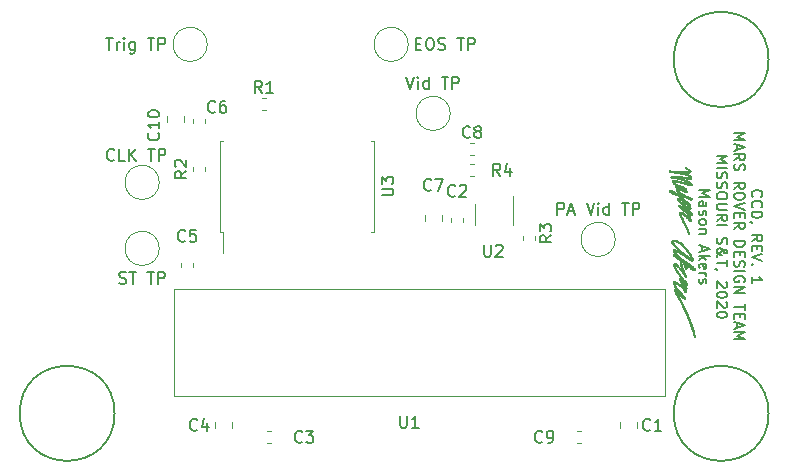
<source format=gbr>
G04 #@! TF.GenerationSoftware,KiCad,Pcbnew,(5.1.4)-1*
G04 #@! TF.CreationDate,2019-10-15T19:11:32-05:00*
G04 #@! TF.ProjectId,CCDBoard_Hardware,43434442-6f61-4726-945f-486172647761,rev?*
G04 #@! TF.SameCoordinates,Original*
G04 #@! TF.FileFunction,Legend,Top*
G04 #@! TF.FilePolarity,Positive*
%FSLAX46Y46*%
G04 Gerber Fmt 4.6, Leading zero omitted, Abs format (unit mm)*
G04 Created by KiCad (PCBNEW (5.1.4)-1) date 2019-10-15 19:11:32*
%MOMM*%
%LPD*%
G04 APERTURE LIST*
%ADD10C,0.150000*%
%ADD11C,0.010000*%
%ADD12C,0.120000*%
G04 APERTURE END LIST*
D10*
X163705750Y-91884500D02*
X163663416Y-91842166D01*
X163621083Y-91715166D01*
X163621083Y-91630500D01*
X163663416Y-91503500D01*
X163748083Y-91418833D01*
X163832750Y-91376500D01*
X164002083Y-91334166D01*
X164129083Y-91334166D01*
X164298416Y-91376500D01*
X164383083Y-91418833D01*
X164467750Y-91503500D01*
X164510083Y-91630500D01*
X164510083Y-91715166D01*
X164467750Y-91842166D01*
X164425416Y-91884500D01*
X163705750Y-92773500D02*
X163663416Y-92731166D01*
X163621083Y-92604166D01*
X163621083Y-92519500D01*
X163663416Y-92392500D01*
X163748083Y-92307833D01*
X163832750Y-92265500D01*
X164002083Y-92223166D01*
X164129083Y-92223166D01*
X164298416Y-92265500D01*
X164383083Y-92307833D01*
X164467750Y-92392500D01*
X164510083Y-92519500D01*
X164510083Y-92604166D01*
X164467750Y-92731166D01*
X164425416Y-92773500D01*
X163621083Y-93154500D02*
X164510083Y-93154500D01*
X164510083Y-93366166D01*
X164467750Y-93493166D01*
X164383083Y-93577833D01*
X164298416Y-93620166D01*
X164129083Y-93662500D01*
X164002083Y-93662500D01*
X163832750Y-93620166D01*
X163748083Y-93577833D01*
X163663416Y-93493166D01*
X163621083Y-93366166D01*
X163621083Y-93154500D01*
X163663416Y-94085833D02*
X163621083Y-94085833D01*
X163536416Y-94043500D01*
X163494083Y-94001166D01*
X163621083Y-95652166D02*
X164044416Y-95355833D01*
X163621083Y-95144166D02*
X164510083Y-95144166D01*
X164510083Y-95482833D01*
X164467750Y-95567500D01*
X164425416Y-95609833D01*
X164340750Y-95652166D01*
X164213750Y-95652166D01*
X164129083Y-95609833D01*
X164086750Y-95567500D01*
X164044416Y-95482833D01*
X164044416Y-95144166D01*
X164086750Y-96033166D02*
X164086750Y-96329500D01*
X163621083Y-96456500D02*
X163621083Y-96033166D01*
X164510083Y-96033166D01*
X164510083Y-96456500D01*
X164510083Y-96710500D02*
X163621083Y-97006833D01*
X164510083Y-97303166D01*
X163705750Y-97599500D02*
X163663416Y-97641833D01*
X163621083Y-97599500D01*
X163663416Y-97557166D01*
X163705750Y-97599500D01*
X163621083Y-97599500D01*
X163621083Y-99165833D02*
X163621083Y-98657833D01*
X163621083Y-98911833D02*
X164510083Y-98911833D01*
X164383083Y-98827166D01*
X164298416Y-98742500D01*
X164256083Y-98657833D01*
X162137583Y-86529333D02*
X163026583Y-86529333D01*
X162391583Y-86825666D01*
X163026583Y-87122000D01*
X162137583Y-87122000D01*
X162391583Y-87503000D02*
X162391583Y-87926333D01*
X162137583Y-87418333D02*
X163026583Y-87714666D01*
X162137583Y-88011000D01*
X162137583Y-88815333D02*
X162560916Y-88519000D01*
X162137583Y-88307333D02*
X163026583Y-88307333D01*
X163026583Y-88646000D01*
X162984250Y-88730666D01*
X162941916Y-88773000D01*
X162857250Y-88815333D01*
X162730250Y-88815333D01*
X162645583Y-88773000D01*
X162603250Y-88730666D01*
X162560916Y-88646000D01*
X162560916Y-88307333D01*
X162179916Y-89154000D02*
X162137583Y-89281000D01*
X162137583Y-89492666D01*
X162179916Y-89577333D01*
X162222250Y-89619666D01*
X162306916Y-89662000D01*
X162391583Y-89662000D01*
X162476250Y-89619666D01*
X162518583Y-89577333D01*
X162560916Y-89492666D01*
X162603250Y-89323333D01*
X162645583Y-89238666D01*
X162687916Y-89196333D01*
X162772583Y-89154000D01*
X162857250Y-89154000D01*
X162941916Y-89196333D01*
X162984250Y-89238666D01*
X163026583Y-89323333D01*
X163026583Y-89535000D01*
X162984250Y-89662000D01*
X162137583Y-91228333D02*
X162560916Y-90932000D01*
X162137583Y-90720333D02*
X163026583Y-90720333D01*
X163026583Y-91059000D01*
X162984250Y-91143666D01*
X162941916Y-91186000D01*
X162857250Y-91228333D01*
X162730250Y-91228333D01*
X162645583Y-91186000D01*
X162603250Y-91143666D01*
X162560916Y-91059000D01*
X162560916Y-90720333D01*
X163026583Y-91778666D02*
X163026583Y-91948000D01*
X162984250Y-92032666D01*
X162899583Y-92117333D01*
X162730250Y-92159666D01*
X162433916Y-92159666D01*
X162264583Y-92117333D01*
X162179916Y-92032666D01*
X162137583Y-91948000D01*
X162137583Y-91778666D01*
X162179916Y-91694000D01*
X162264583Y-91609333D01*
X162433916Y-91567000D01*
X162730250Y-91567000D01*
X162899583Y-91609333D01*
X162984250Y-91694000D01*
X163026583Y-91778666D01*
X163026583Y-92413666D02*
X162137583Y-92710000D01*
X163026583Y-93006333D01*
X162603250Y-93302666D02*
X162603250Y-93599000D01*
X162137583Y-93726000D02*
X162137583Y-93302666D01*
X163026583Y-93302666D01*
X163026583Y-93726000D01*
X162137583Y-94615000D02*
X162560916Y-94318666D01*
X162137583Y-94107000D02*
X163026583Y-94107000D01*
X163026583Y-94445666D01*
X162984250Y-94530333D01*
X162941916Y-94572666D01*
X162857250Y-94615000D01*
X162730250Y-94615000D01*
X162645583Y-94572666D01*
X162603250Y-94530333D01*
X162560916Y-94445666D01*
X162560916Y-94107000D01*
X162137583Y-95673333D02*
X163026583Y-95673333D01*
X163026583Y-95885000D01*
X162984250Y-96012000D01*
X162899583Y-96096666D01*
X162814916Y-96139000D01*
X162645583Y-96181333D01*
X162518583Y-96181333D01*
X162349250Y-96139000D01*
X162264583Y-96096666D01*
X162179916Y-96012000D01*
X162137583Y-95885000D01*
X162137583Y-95673333D01*
X162603250Y-96562333D02*
X162603250Y-96858666D01*
X162137583Y-96985666D02*
X162137583Y-96562333D01*
X163026583Y-96562333D01*
X163026583Y-96985666D01*
X162179916Y-97324333D02*
X162137583Y-97451333D01*
X162137583Y-97663000D01*
X162179916Y-97747666D01*
X162222250Y-97790000D01*
X162306916Y-97832333D01*
X162391583Y-97832333D01*
X162476250Y-97790000D01*
X162518583Y-97747666D01*
X162560916Y-97663000D01*
X162603250Y-97493666D01*
X162645583Y-97409000D01*
X162687916Y-97366666D01*
X162772583Y-97324333D01*
X162857250Y-97324333D01*
X162941916Y-97366666D01*
X162984250Y-97409000D01*
X163026583Y-97493666D01*
X163026583Y-97705333D01*
X162984250Y-97832333D01*
X162137583Y-98213333D02*
X163026583Y-98213333D01*
X162984250Y-99102333D02*
X163026583Y-99017666D01*
X163026583Y-98890666D01*
X162984250Y-98763666D01*
X162899583Y-98679000D01*
X162814916Y-98636666D01*
X162645583Y-98594333D01*
X162518583Y-98594333D01*
X162349250Y-98636666D01*
X162264583Y-98679000D01*
X162179916Y-98763666D01*
X162137583Y-98890666D01*
X162137583Y-98975333D01*
X162179916Y-99102333D01*
X162222250Y-99144666D01*
X162518583Y-99144666D01*
X162518583Y-98975333D01*
X162137583Y-99525666D02*
X163026583Y-99525666D01*
X162137583Y-100033666D01*
X163026583Y-100033666D01*
X163026583Y-101007333D02*
X163026583Y-101515333D01*
X162137583Y-101261333D02*
X163026583Y-101261333D01*
X162603250Y-101811666D02*
X162603250Y-102108000D01*
X162137583Y-102235000D02*
X162137583Y-101811666D01*
X163026583Y-101811666D01*
X163026583Y-102235000D01*
X162391583Y-102573666D02*
X162391583Y-102997000D01*
X162137583Y-102489000D02*
X163026583Y-102785333D01*
X162137583Y-103081666D01*
X162137583Y-103378000D02*
X163026583Y-103378000D01*
X162391583Y-103674333D01*
X163026583Y-103970666D01*
X162137583Y-103970666D01*
X160654083Y-88413166D02*
X161543083Y-88413166D01*
X160908083Y-88709500D01*
X161543083Y-89005833D01*
X160654083Y-89005833D01*
X160654083Y-89429166D02*
X161543083Y-89429166D01*
X160696416Y-89810166D02*
X160654083Y-89937166D01*
X160654083Y-90148833D01*
X160696416Y-90233500D01*
X160738750Y-90275833D01*
X160823416Y-90318166D01*
X160908083Y-90318166D01*
X160992750Y-90275833D01*
X161035083Y-90233500D01*
X161077416Y-90148833D01*
X161119750Y-89979500D01*
X161162083Y-89894833D01*
X161204416Y-89852500D01*
X161289083Y-89810166D01*
X161373750Y-89810166D01*
X161458416Y-89852500D01*
X161500750Y-89894833D01*
X161543083Y-89979500D01*
X161543083Y-90191166D01*
X161500750Y-90318166D01*
X160696416Y-90656833D02*
X160654083Y-90783833D01*
X160654083Y-90995500D01*
X160696416Y-91080166D01*
X160738750Y-91122500D01*
X160823416Y-91164833D01*
X160908083Y-91164833D01*
X160992750Y-91122500D01*
X161035083Y-91080166D01*
X161077416Y-90995500D01*
X161119750Y-90826166D01*
X161162083Y-90741500D01*
X161204416Y-90699166D01*
X161289083Y-90656833D01*
X161373750Y-90656833D01*
X161458416Y-90699166D01*
X161500750Y-90741500D01*
X161543083Y-90826166D01*
X161543083Y-91037833D01*
X161500750Y-91164833D01*
X161543083Y-91715166D02*
X161543083Y-91884500D01*
X161500750Y-91969166D01*
X161416083Y-92053833D01*
X161246750Y-92096166D01*
X160950416Y-92096166D01*
X160781083Y-92053833D01*
X160696416Y-91969166D01*
X160654083Y-91884500D01*
X160654083Y-91715166D01*
X160696416Y-91630500D01*
X160781083Y-91545833D01*
X160950416Y-91503500D01*
X161246750Y-91503500D01*
X161416083Y-91545833D01*
X161500750Y-91630500D01*
X161543083Y-91715166D01*
X161543083Y-92477166D02*
X160823416Y-92477166D01*
X160738750Y-92519500D01*
X160696416Y-92561833D01*
X160654083Y-92646500D01*
X160654083Y-92815833D01*
X160696416Y-92900500D01*
X160738750Y-92942833D01*
X160823416Y-92985166D01*
X161543083Y-92985166D01*
X160654083Y-93916500D02*
X161077416Y-93620166D01*
X160654083Y-93408500D02*
X161543083Y-93408500D01*
X161543083Y-93747166D01*
X161500750Y-93831833D01*
X161458416Y-93874166D01*
X161373750Y-93916500D01*
X161246750Y-93916500D01*
X161162083Y-93874166D01*
X161119750Y-93831833D01*
X161077416Y-93747166D01*
X161077416Y-93408500D01*
X160654083Y-94297500D02*
X161543083Y-94297500D01*
X160696416Y-95355833D02*
X160654083Y-95482833D01*
X160654083Y-95694500D01*
X160696416Y-95779166D01*
X160738750Y-95821500D01*
X160823416Y-95863833D01*
X160908083Y-95863833D01*
X160992750Y-95821500D01*
X161035083Y-95779166D01*
X161077416Y-95694500D01*
X161119750Y-95525166D01*
X161162083Y-95440500D01*
X161204416Y-95398166D01*
X161289083Y-95355833D01*
X161373750Y-95355833D01*
X161458416Y-95398166D01*
X161500750Y-95440500D01*
X161543083Y-95525166D01*
X161543083Y-95736833D01*
X161500750Y-95863833D01*
X160654083Y-96964500D02*
X160654083Y-96922166D01*
X160696416Y-96837500D01*
X160823416Y-96710500D01*
X161077416Y-96498833D01*
X161204416Y-96414166D01*
X161331416Y-96371833D01*
X161416083Y-96371833D01*
X161500750Y-96414166D01*
X161543083Y-96498833D01*
X161543083Y-96541166D01*
X161500750Y-96625833D01*
X161416083Y-96668166D01*
X161373750Y-96668166D01*
X161289083Y-96625833D01*
X161246750Y-96583500D01*
X161077416Y-96329500D01*
X161035083Y-96287166D01*
X160950416Y-96244833D01*
X160823416Y-96244833D01*
X160738750Y-96287166D01*
X160696416Y-96329500D01*
X160654083Y-96414166D01*
X160654083Y-96541166D01*
X160696416Y-96625833D01*
X160738750Y-96668166D01*
X160908083Y-96795166D01*
X161035083Y-96837500D01*
X161119750Y-96837500D01*
X161543083Y-97218500D02*
X161543083Y-97726500D01*
X160654083Y-97472500D02*
X161543083Y-97472500D01*
X160696416Y-98065166D02*
X160654083Y-98065166D01*
X160569416Y-98022833D01*
X160527083Y-97980500D01*
X161458416Y-99081166D02*
X161500750Y-99123500D01*
X161543083Y-99208166D01*
X161543083Y-99419833D01*
X161500750Y-99504500D01*
X161458416Y-99546833D01*
X161373750Y-99589166D01*
X161289083Y-99589166D01*
X161162083Y-99546833D01*
X160654083Y-99038833D01*
X160654083Y-99589166D01*
X161543083Y-100139500D02*
X161543083Y-100224166D01*
X161500750Y-100308833D01*
X161458416Y-100351166D01*
X161373750Y-100393500D01*
X161204416Y-100435833D01*
X160992750Y-100435833D01*
X160823416Y-100393500D01*
X160738750Y-100351166D01*
X160696416Y-100308833D01*
X160654083Y-100224166D01*
X160654083Y-100139500D01*
X160696416Y-100054833D01*
X160738750Y-100012500D01*
X160823416Y-99970166D01*
X160992750Y-99927833D01*
X161204416Y-99927833D01*
X161373750Y-99970166D01*
X161458416Y-100012500D01*
X161500750Y-100054833D01*
X161543083Y-100139500D01*
X161458416Y-100774500D02*
X161500750Y-100816833D01*
X161543083Y-100901500D01*
X161543083Y-101113166D01*
X161500750Y-101197833D01*
X161458416Y-101240166D01*
X161373750Y-101282500D01*
X161289083Y-101282500D01*
X161162083Y-101240166D01*
X160654083Y-100732166D01*
X160654083Y-101282500D01*
X161543083Y-101832833D02*
X161543083Y-101917500D01*
X161500750Y-102002166D01*
X161458416Y-102044500D01*
X161373750Y-102086833D01*
X161204416Y-102129166D01*
X160992750Y-102129166D01*
X160823416Y-102086833D01*
X160738750Y-102044500D01*
X160696416Y-102002166D01*
X160654083Y-101917500D01*
X160654083Y-101832833D01*
X160696416Y-101748166D01*
X160738750Y-101705833D01*
X160823416Y-101663500D01*
X160992750Y-101621166D01*
X161204416Y-101621166D01*
X161373750Y-101663500D01*
X161458416Y-101705833D01*
X161500750Y-101748166D01*
X161543083Y-101832833D01*
X159170583Y-91291833D02*
X160059583Y-91291833D01*
X159424583Y-91588166D01*
X160059583Y-91884500D01*
X159170583Y-91884500D01*
X159170583Y-92688833D02*
X159636250Y-92688833D01*
X159720916Y-92646500D01*
X159763250Y-92561833D01*
X159763250Y-92392500D01*
X159720916Y-92307833D01*
X159212916Y-92688833D02*
X159170583Y-92604166D01*
X159170583Y-92392500D01*
X159212916Y-92307833D01*
X159297583Y-92265500D01*
X159382250Y-92265500D01*
X159466916Y-92307833D01*
X159509250Y-92392500D01*
X159509250Y-92604166D01*
X159551583Y-92688833D01*
X159212916Y-93069833D02*
X159170583Y-93154500D01*
X159170583Y-93323833D01*
X159212916Y-93408500D01*
X159297583Y-93450833D01*
X159339916Y-93450833D01*
X159424583Y-93408500D01*
X159466916Y-93323833D01*
X159466916Y-93196833D01*
X159509250Y-93112166D01*
X159593916Y-93069833D01*
X159636250Y-93069833D01*
X159720916Y-93112166D01*
X159763250Y-93196833D01*
X159763250Y-93323833D01*
X159720916Y-93408500D01*
X159170583Y-93958833D02*
X159212916Y-93874166D01*
X159255250Y-93831833D01*
X159339916Y-93789500D01*
X159593916Y-93789500D01*
X159678583Y-93831833D01*
X159720916Y-93874166D01*
X159763250Y-93958833D01*
X159763250Y-94085833D01*
X159720916Y-94170500D01*
X159678583Y-94212833D01*
X159593916Y-94255166D01*
X159339916Y-94255166D01*
X159255250Y-94212833D01*
X159212916Y-94170500D01*
X159170583Y-94085833D01*
X159170583Y-93958833D01*
X159763250Y-94636166D02*
X159170583Y-94636166D01*
X159678583Y-94636166D02*
X159720916Y-94678500D01*
X159763250Y-94763166D01*
X159763250Y-94890166D01*
X159720916Y-94974833D01*
X159636250Y-95017166D01*
X159170583Y-95017166D01*
X159424583Y-96075500D02*
X159424583Y-96498833D01*
X159170583Y-95990833D02*
X160059583Y-96287166D01*
X159170583Y-96583500D01*
X159170583Y-96879833D02*
X160059583Y-96879833D01*
X159509250Y-96964500D02*
X159170583Y-97218500D01*
X159763250Y-97218500D02*
X159424583Y-96879833D01*
X159212916Y-97938166D02*
X159170583Y-97853500D01*
X159170583Y-97684166D01*
X159212916Y-97599500D01*
X159297583Y-97557166D01*
X159636250Y-97557166D01*
X159720916Y-97599500D01*
X159763250Y-97684166D01*
X159763250Y-97853500D01*
X159720916Y-97938166D01*
X159636250Y-97980500D01*
X159551583Y-97980500D01*
X159466916Y-97557166D01*
X159170583Y-98361500D02*
X159763250Y-98361500D01*
X159593916Y-98361500D02*
X159678583Y-98403833D01*
X159720916Y-98446166D01*
X159763250Y-98530833D01*
X159763250Y-98615500D01*
X159212916Y-98869500D02*
X159170583Y-98954166D01*
X159170583Y-99123500D01*
X159212916Y-99208166D01*
X159297583Y-99250500D01*
X159339916Y-99250500D01*
X159424583Y-99208166D01*
X159466916Y-99123500D01*
X159466916Y-98996500D01*
X159509250Y-98911833D01*
X159593916Y-98869500D01*
X159636250Y-98869500D01*
X159720916Y-98911833D01*
X159763250Y-98996500D01*
X159763250Y-99123500D01*
X159720916Y-99208166D01*
D11*
G36*
X158835405Y-98076606D02*
G01*
X158813771Y-98102748D01*
X158780562Y-98120607D01*
X158738106Y-98128452D01*
X158729202Y-98128667D01*
X158698632Y-98124907D01*
X158662533Y-98113194D01*
X158619791Y-98092879D01*
X158569290Y-98063314D01*
X158509917Y-98023850D01*
X158440558Y-97973837D01*
X158365741Y-97917001D01*
X158306120Y-97870955D01*
X158258450Y-97834424D01*
X158221383Y-97806443D01*
X158193571Y-97786045D01*
X158173665Y-97772264D01*
X158160317Y-97764135D01*
X158152180Y-97760689D01*
X158147959Y-97760928D01*
X158143939Y-97771104D01*
X158145076Y-97773783D01*
X158147517Y-97785671D01*
X158149361Y-97809591D01*
X158150249Y-97840641D01*
X158150274Y-97844575D01*
X158148754Y-97885661D01*
X158143264Y-97914880D01*
X158134877Y-97933929D01*
X158110120Y-97964019D01*
X158079463Y-97983800D01*
X158046718Y-97992199D01*
X158015695Y-97988141D01*
X157993255Y-97973826D01*
X157978225Y-97957417D01*
X157964611Y-97938904D01*
X157951638Y-97916363D01*
X157938528Y-97887871D01*
X157924504Y-97851504D01*
X157908790Y-97805338D01*
X157890608Y-97747450D01*
X157869182Y-97675915D01*
X157859174Y-97641834D01*
X157840959Y-97587708D01*
X157818634Y-97534156D01*
X157793602Y-97483449D01*
X157767265Y-97437861D01*
X157741027Y-97399666D01*
X157716289Y-97371138D01*
X157694455Y-97354548D01*
X157679973Y-97351407D01*
X157669725Y-97354626D01*
X157664761Y-97363351D01*
X157663720Y-97381896D01*
X157664463Y-97400534D01*
X157669196Y-97444109D01*
X157679212Y-97501193D01*
X157693880Y-97569426D01*
X157712572Y-97646449D01*
X157734656Y-97729903D01*
X157759501Y-97817429D01*
X157786479Y-97906669D01*
X157814957Y-97995262D01*
X157844305Y-98080852D01*
X157852030Y-98102403D01*
X157871130Y-98151396D01*
X157895507Y-98208312D01*
X157923126Y-98268872D01*
X157951953Y-98328795D01*
X157979952Y-98383800D01*
X158005090Y-98429609D01*
X158016949Y-98449317D01*
X158037463Y-98478753D01*
X158061277Y-98508836D01*
X158068132Y-98516686D01*
X158092415Y-98547465D01*
X158102753Y-98572612D01*
X158099518Y-98595537D01*
X158083083Y-98619649D01*
X158079762Y-98623301D01*
X158054970Y-98644421D01*
X158029546Y-98657487D01*
X158024160Y-98658880D01*
X158005229Y-98660316D01*
X157989736Y-98654025D01*
X157971210Y-98637202D01*
X157969126Y-98635027D01*
X157954089Y-98616215D01*
X157933702Y-98586589D01*
X157910658Y-98550235D01*
X157887971Y-98511808D01*
X157860397Y-98465785D01*
X157826839Y-98413539D01*
X157791892Y-98362064D01*
X157765204Y-98325041D01*
X157738255Y-98290600D01*
X157701509Y-98245981D01*
X157656820Y-98193296D01*
X157606040Y-98134655D01*
X157551025Y-98072170D01*
X157493626Y-98007951D01*
X157435698Y-97944110D01*
X157379094Y-97882758D01*
X157344592Y-97845959D01*
X157304797Y-97805568D01*
X157263701Y-97766936D01*
X157223297Y-97731626D01*
X157185580Y-97701202D01*
X157152544Y-97677230D01*
X157126182Y-97661272D01*
X157108488Y-97654894D01*
X157102853Y-97656325D01*
X157101379Y-97668488D01*
X157106174Y-97693424D01*
X157116279Y-97728595D01*
X157130730Y-97771464D01*
X157148567Y-97819493D01*
X157168828Y-97870143D01*
X157190553Y-97920877D01*
X157212779Y-97969155D01*
X157234546Y-98012442D01*
X157244889Y-98031301D01*
X157265833Y-98066645D01*
X157293947Y-98111953D01*
X157326737Y-98163403D01*
X157361707Y-98217173D01*
X157396363Y-98269440D01*
X157428208Y-98316383D01*
X157454748Y-98354179D01*
X157463210Y-98365734D01*
X157515128Y-98435640D01*
X157558805Y-98495108D01*
X157596371Y-98547087D01*
X157629952Y-98594528D01*
X157661678Y-98640380D01*
X157667816Y-98649367D01*
X157710687Y-98712174D01*
X157745276Y-98762566D01*
X157772774Y-98802163D01*
X157794370Y-98832586D01*
X157811256Y-98855456D01*
X157824623Y-98872393D01*
X157835660Y-98885019D01*
X157845558Y-98894953D01*
X157853423Y-98902022D01*
X157875041Y-98920681D01*
X157903848Y-98945449D01*
X157934156Y-98971439D01*
X157938705Y-98975334D01*
X157983934Y-99016884D01*
X158026276Y-99062306D01*
X158068773Y-99115185D01*
X158114467Y-99179105D01*
X158125709Y-99195687D01*
X158156649Y-99243627D01*
X158176989Y-99280940D01*
X158187016Y-99309967D01*
X158187018Y-99333050D01*
X158177280Y-99352532D01*
X158158092Y-99370755D01*
X158148073Y-99378051D01*
X158112618Y-99394709D01*
X158077402Y-99397312D01*
X158046143Y-99386183D01*
X158026406Y-99367499D01*
X158010256Y-99347837D01*
X157987839Y-99323653D01*
X157973933Y-99309786D01*
X157953463Y-99287301D01*
X157928363Y-99255671D01*
X157902774Y-99220236D01*
X157891853Y-99203934D01*
X157843277Y-99130975D01*
X157801408Y-99071899D01*
X157765232Y-99025520D01*
X157733734Y-98990651D01*
X157705899Y-98966104D01*
X157680714Y-98950693D01*
X157672421Y-98947269D01*
X157662352Y-98945231D01*
X157663496Y-98952881D01*
X157666977Y-98959729D01*
X157676745Y-98976040D01*
X157693984Y-99002945D01*
X157716507Y-99037130D01*
X157742128Y-99075280D01*
X157768658Y-99114080D01*
X157772245Y-99119267D01*
X157809768Y-99173792D01*
X157842662Y-99222491D01*
X157876234Y-99273254D01*
X157890865Y-99295635D01*
X157919829Y-99339220D01*
X157946030Y-99376363D01*
X157972858Y-99411452D01*
X158003706Y-99448875D01*
X158041963Y-99493021D01*
X158053579Y-99506184D01*
X158082321Y-99539702D01*
X158100858Y-99564315D01*
X158111073Y-99582979D01*
X158114843Y-99598651D01*
X158115000Y-99602795D01*
X158107229Y-99631824D01*
X158086655Y-99656395D01*
X158057381Y-99672952D01*
X158028157Y-99678067D01*
X158011534Y-99676864D01*
X157996540Y-99671993D01*
X157981123Y-99661567D01*
X157963228Y-99643696D01*
X157940799Y-99616489D01*
X157911783Y-99578059D01*
X157895934Y-99556471D01*
X157873709Y-99526962D01*
X157855067Y-99503915D01*
X157842205Y-99489936D01*
X157837502Y-99487076D01*
X157839223Y-99496684D01*
X157849945Y-99517778D01*
X157868372Y-99548404D01*
X157893207Y-99586608D01*
X157923154Y-99630435D01*
X157956914Y-99677930D01*
X157993192Y-99727137D01*
X158020878Y-99763482D01*
X158041462Y-99793750D01*
X158059561Y-99826816D01*
X158072922Y-99857864D01*
X158079296Y-99882078D01*
X158079389Y-99888742D01*
X158068560Y-99912142D01*
X158044440Y-99931347D01*
X158010579Y-99943940D01*
X157994371Y-99946667D01*
X157969869Y-99948208D01*
X157954539Y-99943668D01*
X157940888Y-99929988D01*
X157935105Y-99922453D01*
X157919482Y-99899557D01*
X157900600Y-99869010D01*
X157885761Y-99843167D01*
X157836825Y-99759910D01*
X157787393Y-99688524D01*
X157734374Y-99625749D01*
X157674679Y-99568324D01*
X157605220Y-99512990D01*
X157522907Y-99456485D01*
X157513866Y-99450656D01*
X157424213Y-99392734D01*
X157344682Y-99340454D01*
X157270814Y-99290855D01*
X157198149Y-99240974D01*
X157196954Y-99240145D01*
X157149511Y-99207936D01*
X157114384Y-99185778D01*
X157090647Y-99173173D01*
X157077372Y-99169622D01*
X157073600Y-99173902D01*
X157076660Y-99185362D01*
X157085005Y-99209262D01*
X157097382Y-99242422D01*
X157112538Y-99281661D01*
X157129221Y-99323799D01*
X157146178Y-99365655D01*
X157162157Y-99404050D01*
X157175903Y-99435802D01*
X157182145Y-99449467D01*
X157213973Y-99515553D01*
X157241715Y-99568987D01*
X157267515Y-99612861D01*
X157293512Y-99650272D01*
X157321849Y-99684312D01*
X157354667Y-99718076D01*
X157392103Y-99752856D01*
X157436824Y-99794958D01*
X157486085Y-99844436D01*
X157536340Y-99897473D01*
X157584040Y-99950248D01*
X157625640Y-99998944D01*
X157653901Y-100034740D01*
X157666516Y-100051554D01*
X157685913Y-100077307D01*
X157708655Y-100107438D01*
X157717700Y-100119407D01*
X157744076Y-100154758D01*
X157775138Y-100197089D01*
X157805851Y-100239515D01*
X157819091Y-100258034D01*
X157848195Y-100296664D01*
X157881091Y-100336770D01*
X157912569Y-100372123D01*
X157926408Y-100386327D01*
X157955336Y-100416498D01*
X157972353Y-100439096D01*
X157979201Y-100456565D01*
X157979533Y-100460967D01*
X157972908Y-100494392D01*
X157952155Y-100519483D01*
X157935920Y-100529629D01*
X157911933Y-100538615D01*
X157888356Y-100538946D01*
X157862589Y-100529565D01*
X157832028Y-100509410D01*
X157794073Y-100477421D01*
X157783001Y-100467338D01*
X157746659Y-100434078D01*
X157707432Y-100398497D01*
X157671293Y-100366003D01*
X157654629Y-100351167D01*
X157626847Y-100324731D01*
X157592707Y-100289489D01*
X157556388Y-100249892D01*
X157522070Y-100210388D01*
X157519579Y-100207417D01*
X157495412Y-100178140D01*
X157471485Y-100148298D01*
X157446423Y-100116044D01*
X157418852Y-100079530D01*
X157387400Y-100036912D01*
X157350691Y-99986341D01*
X157307351Y-99925972D01*
X157256008Y-99853958D01*
X157243589Y-99836492D01*
X157224430Y-99811340D01*
X157207311Y-99791995D01*
X157195856Y-99782537D01*
X157195643Y-99782451D01*
X157179271Y-99781299D01*
X157172488Y-99792868D01*
X157175862Y-99815550D01*
X157179968Y-99826851D01*
X157192412Y-99854866D01*
X157210981Y-99893762D01*
X157233654Y-99939574D01*
X157258408Y-99988338D01*
X157283222Y-100036089D01*
X157306076Y-100078864D01*
X157324946Y-100112698D01*
X157330761Y-100122567D01*
X157346014Y-100148707D01*
X157357000Y-100169194D01*
X157361436Y-100179757D01*
X157361445Y-100179925D01*
X157365616Y-100189862D01*
X157376591Y-100209962D01*
X157392101Y-100236092D01*
X157394007Y-100239191D01*
X157436449Y-100309630D01*
X157472520Y-100373509D01*
X157503025Y-100431601D01*
X157522868Y-100468943D01*
X157546252Y-100510528D01*
X157564683Y-100541667D01*
X157584563Y-100576695D01*
X157603339Y-100614035D01*
X157616000Y-100643267D01*
X157628396Y-100672003D01*
X157641501Y-100696297D01*
X157648998Y-100706767D01*
X157659682Y-100722217D01*
X157675473Y-100749580D01*
X157694601Y-100785294D01*
X157715300Y-100825799D01*
X157735800Y-100867532D01*
X157754332Y-100906932D01*
X157769129Y-100940438D01*
X157778421Y-100964487D01*
X157780331Y-100971253D01*
X157786313Y-100991382D01*
X157792966Y-101002883D01*
X157793350Y-101003152D01*
X157800538Y-101012657D01*
X157812042Y-101032953D01*
X157823679Y-101056166D01*
X157848598Y-101107704D01*
X157873193Y-101157041D01*
X157894788Y-101198850D01*
X157903350Y-101214767D01*
X157912233Y-101232632D01*
X157925782Y-101261871D01*
X157942074Y-101298260D01*
X157957347Y-101333301D01*
X157977254Y-101378698D01*
X157998918Y-101426693D01*
X158019236Y-101470471D01*
X158030608Y-101494167D01*
X158055983Y-101547108D01*
X158077203Y-101593715D01*
X158093325Y-101631768D01*
X158103406Y-101659050D01*
X158106533Y-101672645D01*
X158111011Y-101686377D01*
X158122164Y-101706705D01*
X158126232Y-101712943D01*
X158140151Y-101738036D01*
X158154154Y-101770388D01*
X158160882Y-101789504D01*
X158170120Y-101815848D01*
X158178604Y-101834994D01*
X158183275Y-101841635D01*
X158191508Y-101852614D01*
X158203485Y-101875752D01*
X158217596Y-101907145D01*
X158232225Y-101942889D01*
X158245761Y-101979080D01*
X158256588Y-102011814D01*
X158262113Y-102032419D01*
X158269962Y-102053180D01*
X158283614Y-102078379D01*
X158288403Y-102085787D01*
X158302033Y-102109890D01*
X158318644Y-102145072D01*
X158336159Y-102186254D01*
X158352502Y-102228356D01*
X158365595Y-102266296D01*
X158372780Y-102292206D01*
X158380448Y-102316033D01*
X158393100Y-102345484D01*
X158400353Y-102359891D01*
X158416303Y-102392844D01*
X158431942Y-102430082D01*
X158437734Y-102445746D01*
X158447814Y-102472553D01*
X158457000Y-102493266D01*
X158461541Y-102500987D01*
X158470497Y-102517650D01*
X158480808Y-102545420D01*
X158490708Y-102578761D01*
X158498426Y-102612137D01*
X158500129Y-102621807D01*
X158507733Y-102649304D01*
X158519420Y-102672571D01*
X158522283Y-102676285D01*
X158536412Y-102698182D01*
X158543591Y-102717045D01*
X158550605Y-102740595D01*
X158560294Y-102765447D01*
X158568765Y-102790066D01*
X158572468Y-102811929D01*
X158572469Y-102812013D01*
X158577836Y-102834913D01*
X158585169Y-102848335D01*
X158595019Y-102866579D01*
X158597600Y-102878094D01*
X158601424Y-102893530D01*
X158610989Y-102916034D01*
X158615041Y-102923959D01*
X158626594Y-102952828D01*
X158635128Y-102987158D01*
X158636974Y-103000033D01*
X158644043Y-103046525D01*
X158654364Y-103085315D01*
X158666760Y-103112187D01*
X158669202Y-103115534D01*
X158682247Y-103138953D01*
X158694751Y-103173754D01*
X158705033Y-103214424D01*
X158711203Y-103253375D01*
X158718452Y-103290784D01*
X158731005Y-103330070D01*
X158738140Y-103346508D01*
X158758105Y-103405530D01*
X158763385Y-103445451D01*
X158766860Y-103479794D01*
X158772287Y-103512017D01*
X158776952Y-103530117D01*
X158781283Y-103550391D01*
X158784524Y-103579889D01*
X158786623Y-103614720D01*
X158787529Y-103650991D01*
X158787189Y-103684809D01*
X158785554Y-103712283D01*
X158782572Y-103729520D01*
X158779633Y-103733410D01*
X158761535Y-103725465D01*
X158743226Y-103705154D01*
X158728125Y-103676651D01*
X158724338Y-103665867D01*
X158713953Y-103635629D01*
X158700276Y-103600289D01*
X158692239Y-103581200D01*
X158681567Y-103554451D01*
X158667191Y-103515002D01*
X158650281Y-103466370D01*
X158632008Y-103412070D01*
X158613544Y-103355619D01*
X158596061Y-103300534D01*
X158580728Y-103250330D01*
X158571777Y-103219533D01*
X158564180Y-103194480D01*
X158552242Y-103157416D01*
X158536824Y-103110832D01*
X158518786Y-103057217D01*
X158498989Y-102999062D01*
X158478295Y-102938856D01*
X158457564Y-102879090D01*
X158437657Y-102822252D01*
X158419434Y-102770834D01*
X158403757Y-102727326D01*
X158391486Y-102694216D01*
X158383483Y-102673995D01*
X158382148Y-102671034D01*
X158375159Y-102655038D01*
X158363297Y-102626347D01*
X158347813Y-102588052D01*
X158329959Y-102543245D01*
X158313601Y-102501700D01*
X158277232Y-102408987D01*
X158245542Y-102328692D01*
X158217280Y-102257826D01*
X158191196Y-102193396D01*
X158166040Y-102132413D01*
X158140561Y-102071885D01*
X158113510Y-102008822D01*
X158083635Y-101940234D01*
X158049687Y-101863128D01*
X158010416Y-101774515D01*
X157996829Y-101743934D01*
X157964581Y-101671413D01*
X157938009Y-101611766D01*
X157915925Y-101562386D01*
X157897141Y-101520664D01*
X157880471Y-101483996D01*
X157864726Y-101449773D01*
X157848719Y-101415388D01*
X157831264Y-101378235D01*
X157811172Y-101335706D01*
X157804023Y-101320601D01*
X157783939Y-101277715D01*
X157764261Y-101234895D01*
X157747375Y-101197379D01*
X157736519Y-101172434D01*
X157712949Y-101118736D01*
X157682744Y-101053365D01*
X157647474Y-100979465D01*
X157608708Y-100900175D01*
X157568016Y-100818637D01*
X157526967Y-100737993D01*
X157487131Y-100661383D01*
X157450076Y-100591950D01*
X157417373Y-100532834D01*
X157414098Y-100527077D01*
X157390203Y-100485046D01*
X157368364Y-100446319D01*
X157350393Y-100414133D01*
X157338101Y-100391724D01*
X157334567Y-100385034D01*
X157324511Y-100366385D01*
X157308018Y-100336978D01*
X157286791Y-100299744D01*
X157262533Y-100257612D01*
X157236949Y-100213511D01*
X157211742Y-100170371D01*
X157188616Y-100131121D01*
X157169274Y-100098690D01*
X157155421Y-100076009D01*
X157149924Y-100067534D01*
X157132407Y-100039479D01*
X157111488Y-100001372D01*
X157089604Y-99958183D01*
X157069187Y-99914879D01*
X157052672Y-99876431D01*
X157042804Y-99848887D01*
X157035218Y-99817729D01*
X157034076Y-99793947D01*
X157039046Y-99769399D01*
X157039500Y-99767831D01*
X157054689Y-99727616D01*
X157073964Y-99700613D01*
X157100060Y-99683154D01*
X157103892Y-99681480D01*
X157122861Y-99670364D01*
X157132545Y-99658450D01*
X157132866Y-99656388D01*
X157129007Y-99643214D01*
X157118761Y-99619790D01*
X157104125Y-99590576D01*
X157099757Y-99582418D01*
X157077316Y-99538462D01*
X157053456Y-99487194D01*
X157029264Y-99431448D01*
X157005829Y-99374058D01*
X156984242Y-99317856D01*
X156965590Y-99265675D01*
X156950962Y-99220348D01*
X156941447Y-99184708D01*
X156938133Y-99161923D01*
X156944409Y-99132217D01*
X156960580Y-99099312D01*
X156982666Y-99069710D01*
X157006684Y-99049913D01*
X157006745Y-99049880D01*
X157042842Y-99038089D01*
X157085171Y-99035257D01*
X157125665Y-99041462D01*
X157143870Y-99048567D01*
X157162915Y-99059699D01*
X157192516Y-99078566D01*
X157229483Y-99103015D01*
X157270624Y-99130893D01*
X157312750Y-99160048D01*
X157352669Y-99188327D01*
X157374166Y-99203929D01*
X157406200Y-99226633D01*
X157441835Y-99250582D01*
X157478186Y-99273996D01*
X157512365Y-99295096D01*
X157541484Y-99312103D01*
X157562656Y-99323238D01*
X157572994Y-99326723D01*
X157573277Y-99326612D01*
X157579252Y-99316336D01*
X157584150Y-99299135D01*
X157597443Y-99266979D01*
X157621081Y-99237540D01*
X157649404Y-99217813D01*
X157650173Y-99217484D01*
X157673615Y-99207627D01*
X157650891Y-99173814D01*
X157636629Y-99153382D01*
X157615200Y-99123636D01*
X157589648Y-99088767D01*
X157566157Y-99057157D01*
X157522864Y-98998333D01*
X157489716Y-98950853D01*
X157465843Y-98913203D01*
X157450373Y-98883867D01*
X157442436Y-98861328D01*
X157441162Y-98844070D01*
X157441751Y-98840544D01*
X157455204Y-98812936D01*
X157480265Y-98787064D01*
X157511807Y-98767236D01*
X157539487Y-98758416D01*
X157560548Y-98754219D01*
X157572270Y-98750273D01*
X157573133Y-98749294D01*
X157568077Y-98739125D01*
X157553389Y-98716579D01*
X157529788Y-98682678D01*
X157497994Y-98638447D01*
X157458725Y-98584909D01*
X157437454Y-98556234D01*
X157354544Y-98441619D01*
X157278207Y-98329623D01*
X157209430Y-98221891D01*
X157149203Y-98120067D01*
X157098516Y-98025797D01*
X157058357Y-97940726D01*
X157039687Y-97894677D01*
X157009071Y-97807853D01*
X156987654Y-97734193D01*
X156975437Y-97672647D01*
X156972415Y-97622163D01*
X156978590Y-97581691D01*
X156993958Y-97550179D01*
X157018518Y-97526577D01*
X157039139Y-97515102D01*
X157064059Y-97505488D01*
X157084562Y-97503500D01*
X157110176Y-97508419D01*
X157114086Y-97509450D01*
X157145946Y-97520464D01*
X157180173Y-97537485D01*
X157217723Y-97561351D01*
X157259551Y-97592899D01*
X157306612Y-97632965D01*
X157359861Y-97682389D01*
X157420253Y-97742006D01*
X157488744Y-97812654D01*
X157566289Y-97895172D01*
X157618194Y-97951421D01*
X157644273Y-97979679D01*
X157660843Y-97996648D01*
X157669835Y-98003527D01*
X157673179Y-98001512D01*
X157672804Y-97991803D01*
X157671866Y-97984734D01*
X157668216Y-97967083D01*
X157660623Y-97936464D01*
X157649948Y-97896144D01*
X157637055Y-97849394D01*
X157624964Y-97806934D01*
X157591057Y-97679926D01*
X157564806Y-97560601D01*
X157546816Y-97451812D01*
X157542890Y-97419567D01*
X157541706Y-97373167D01*
X157547509Y-97328755D01*
X157559286Y-97291548D01*
X157571681Y-97271217D01*
X157578211Y-97262125D01*
X157578703Y-97254340D01*
X157571086Y-97246179D01*
X157553287Y-97235955D01*
X157523234Y-97221985D01*
X157496933Y-97210440D01*
X157442388Y-97185927D01*
X157388704Y-97160431D01*
X157341080Y-97136482D01*
X157308930Y-97119046D01*
X157274316Y-97098148D01*
X157232928Y-97071450D01*
X157187120Y-97040651D01*
X157139251Y-97007451D01*
X157091675Y-96973548D01*
X157046750Y-96940641D01*
X157006832Y-96910430D01*
X156974276Y-96884614D01*
X156951440Y-96864892D01*
X156941240Y-96853903D01*
X156931332Y-96824638D01*
X156934457Y-96792205D01*
X156949450Y-96762656D01*
X156961148Y-96750759D01*
X156985744Y-96737011D01*
X157015736Y-96732695D01*
X157054045Y-96737828D01*
X157101116Y-96751580D01*
X157129001Y-96760604D01*
X157149350Y-96766275D01*
X157158171Y-96767496D01*
X157158266Y-96767312D01*
X157153416Y-96759354D01*
X157140560Y-96741627D01*
X157122239Y-96717610D01*
X157117576Y-96711634D01*
X157067242Y-96644943D01*
X157028577Y-96587866D01*
X157000676Y-96538674D01*
X156982632Y-96495641D01*
X156973540Y-96457039D01*
X156972000Y-96434075D01*
X156974424Y-96397989D01*
X156983501Y-96372926D01*
X157001941Y-96353444D01*
X157017342Y-96342957D01*
X157034514Y-96333279D01*
X157051090Y-96326990D01*
X157069023Y-96324615D01*
X157090266Y-96326678D01*
X157116771Y-96333705D01*
X157150489Y-96346218D01*
X157193373Y-96364744D01*
X157247376Y-96389806D01*
X157314449Y-96421928D01*
X157318383Y-96423827D01*
X157366757Y-96446988D01*
X157409762Y-96467218D01*
X157445154Y-96483492D01*
X157470691Y-96494784D01*
X157484131Y-96500069D01*
X157485609Y-96500281D01*
X157480972Y-96493615D01*
X157465932Y-96477396D01*
X157442508Y-96453582D01*
X157412715Y-96424131D01*
X157378571Y-96390999D01*
X157342093Y-96356146D01*
X157305297Y-96321528D01*
X157270202Y-96289103D01*
X157239736Y-96261638D01*
X157196269Y-96221125D01*
X157145777Y-96170853D01*
X157091395Y-96114222D01*
X157036258Y-96054636D01*
X156983501Y-95995495D01*
X156936260Y-95940203D01*
X156897669Y-95892161D01*
X156890435Y-95882612D01*
X156856146Y-95833752D01*
X156830914Y-95791439D01*
X156816234Y-95758202D01*
X156815614Y-95756192D01*
X156808541Y-95731014D01*
X156804251Y-95713066D01*
X156803594Y-95707780D01*
X156805672Y-95697187D01*
X156809777Y-95676359D01*
X156811563Y-95667315D01*
X156825453Y-95626540D01*
X156850734Y-95593091D01*
X156889660Y-95564388D01*
X156911934Y-95552478D01*
X156940334Y-95539300D01*
X156963836Y-95531343D01*
X156988602Y-95527374D01*
X156994414Y-95527156D01*
X156994414Y-95649860D01*
X156960190Y-95652277D01*
X156935896Y-95657514D01*
X156930821Y-95659920D01*
X156921747Y-95674769D01*
X156925644Y-95699485D01*
X156942306Y-95733301D01*
X156956123Y-95754480D01*
X156976255Y-95782711D01*
X156997455Y-95810969D01*
X157020564Y-95840134D01*
X157046423Y-95871082D01*
X157075873Y-95904692D01*
X157109755Y-95941840D01*
X157148911Y-95983405D01*
X157194180Y-96030265D01*
X157246405Y-96083297D01*
X157306426Y-96143379D01*
X157375084Y-96211388D01*
X157453221Y-96288203D01*
X157541677Y-96374701D01*
X157641293Y-96471760D01*
X157672550Y-96502164D01*
X157733985Y-96561790D01*
X157785054Y-96610984D01*
X157827446Y-96651204D01*
X157862850Y-96683911D01*
X157892955Y-96710563D01*
X157919450Y-96732619D01*
X157944025Y-96751538D01*
X157968369Y-96768779D01*
X157994170Y-96785801D01*
X158019380Y-96801731D01*
X158052253Y-96822430D01*
X158082094Y-96841719D01*
X158110933Y-96861073D01*
X158140799Y-96881968D01*
X158173721Y-96905878D01*
X158211729Y-96934279D01*
X158256852Y-96968646D01*
X158311119Y-97010454D01*
X158376560Y-97061179D01*
X158380334Y-97064109D01*
X158425953Y-97099265D01*
X158460011Y-97124732D01*
X158484102Y-97141486D01*
X158499819Y-97150502D01*
X158508754Y-97152757D01*
X158512500Y-97149225D01*
X158512926Y-97145323D01*
X158508635Y-97128591D01*
X158496720Y-97100372D01*
X158478600Y-97063495D01*
X158455694Y-97020789D01*
X158429422Y-96975082D01*
X158417948Y-96956034D01*
X158396176Y-96920049D01*
X158375654Y-96885517D01*
X158359339Y-96857443D01*
X158352902Y-96845967D01*
X158326308Y-96799618D01*
X158292745Y-96744712D01*
X158255372Y-96686258D01*
X158217352Y-96629269D01*
X158203900Y-96609768D01*
X158164761Y-96553673D01*
X158133673Y-96509311D01*
X158109053Y-96474490D01*
X158089314Y-96447020D01*
X158072874Y-96424708D01*
X158058146Y-96405363D01*
X158043548Y-96386794D01*
X158034566Y-96375579D01*
X157925671Y-96246875D01*
X157814525Y-96128343D01*
X157702144Y-96020768D01*
X157589544Y-95924932D01*
X157477740Y-95841619D01*
X157367747Y-95771611D01*
X157260581Y-95715692D01*
X157157258Y-95674644D01*
X157106085Y-95659615D01*
X157072420Y-95653520D01*
X157033510Y-95650272D01*
X156994414Y-95649860D01*
X156994414Y-95527156D01*
X157020795Y-95526165D01*
X157043398Y-95526226D01*
X157083876Y-95527552D01*
X157118107Y-95531561D01*
X157152852Y-95539510D01*
X157194871Y-95552653D01*
X157205873Y-95556405D01*
X157270404Y-95582156D01*
X157343767Y-95617535D01*
X157422428Y-95660600D01*
X157502856Y-95709410D01*
X157581518Y-95762023D01*
X157587078Y-95765948D01*
X157693540Y-95847380D01*
X157800892Y-95940724D01*
X157905716Y-96042491D01*
X158004595Y-96149193D01*
X158094114Y-96257339D01*
X158167976Y-96359134D01*
X158181187Y-96378458D01*
X158199039Y-96404131D01*
X158209065Y-96418400D01*
X158238159Y-96460108D01*
X158269745Y-96506204D01*
X158302426Y-96554564D01*
X158334805Y-96603062D01*
X158365487Y-96649573D01*
X158393075Y-96691971D01*
X158416173Y-96728132D01*
X158433384Y-96755930D01*
X158443312Y-96773239D01*
X158445200Y-96777826D01*
X158449544Y-96785823D01*
X158460848Y-96803685D01*
X158474234Y-96823910D01*
X158499511Y-96863947D01*
X158526844Y-96911322D01*
X158553832Y-96961465D01*
X158578075Y-97009811D01*
X158597173Y-97051791D01*
X158606309Y-97075273D01*
X158616143Y-97111607D01*
X158621632Y-97148252D01*
X158622506Y-97180576D01*
X158618496Y-97203944D01*
X158614219Y-97211195D01*
X158609874Y-97225678D01*
X158614688Y-97244308D01*
X158619910Y-97268525D01*
X158619055Y-97288098D01*
X158609005Y-97304654D01*
X158589328Y-97324223D01*
X158565492Y-97342472D01*
X158542965Y-97355066D01*
X158530616Y-97358200D01*
X158516641Y-97353631D01*
X158494465Y-97341797D01*
X158474736Y-97329179D01*
X158450019Y-97312757D01*
X158415726Y-97290712D01*
X158376775Y-97266179D01*
X158345179Y-97246629D01*
X158269905Y-97199980D01*
X158206494Y-97159321D01*
X158151993Y-97122442D01*
X158103451Y-97087128D01*
X158057918Y-97051167D01*
X158012441Y-97012347D01*
X157964069Y-96968454D01*
X157924500Y-96931241D01*
X157902139Y-96910185D01*
X157881612Y-96891614D01*
X157861345Y-96874552D01*
X157839762Y-96858021D01*
X157815289Y-96841045D01*
X157786351Y-96822646D01*
X157751374Y-96801849D01*
X157708782Y-96777676D01*
X157657001Y-96749151D01*
X157594457Y-96715296D01*
X157519573Y-96675134D01*
X157462178Y-96644459D01*
X157372449Y-96597010D01*
X157296353Y-96557787D01*
X157234049Y-96526866D01*
X157185697Y-96504321D01*
X157151457Y-96490229D01*
X157131489Y-96484663D01*
X157125967Y-96486151D01*
X157128394Y-96501438D01*
X157141712Y-96527413D01*
X157164851Y-96562777D01*
X157196740Y-96606232D01*
X157236308Y-96656479D01*
X157282486Y-96712221D01*
X157334201Y-96772159D01*
X157390384Y-96834994D01*
X157449965Y-96899429D01*
X157511871Y-96964165D01*
X157562241Y-97015187D01*
X157612969Y-97065495D01*
X157653884Y-97105208D01*
X157686884Y-97135963D01*
X157713866Y-97159399D01*
X157736727Y-97177152D01*
X157757364Y-97190861D01*
X157777673Y-97202163D01*
X157780498Y-97203596D01*
X157898649Y-97265441D01*
X158015030Y-97331114D01*
X158126391Y-97398615D01*
X158163236Y-97422677D01*
X158163236Y-97575444D01*
X158159014Y-97575550D01*
X158166646Y-97584725D01*
X158185667Y-97602476D01*
X158215616Y-97628308D01*
X158256027Y-97661728D01*
X158284333Y-97684600D01*
X158335682Y-97725539D01*
X158375167Y-97756410D01*
X158403901Y-97778024D01*
X158422998Y-97791191D01*
X158433570Y-97796722D01*
X158436733Y-97795546D01*
X158430532Y-97788060D01*
X158413620Y-97772154D01*
X158388531Y-97749956D01*
X158357800Y-97723595D01*
X158323962Y-97695199D01*
X158289552Y-97666896D01*
X158257105Y-97640815D01*
X158229156Y-97619084D01*
X158209094Y-97604418D01*
X158179774Y-97584902D01*
X158163236Y-97575444D01*
X158163236Y-97422677D01*
X158229486Y-97465943D01*
X158321065Y-97531099D01*
X158356247Y-97558070D01*
X158400075Y-97593780D01*
X158452122Y-97638161D01*
X158509317Y-97688417D01*
X158568585Y-97741754D01*
X158626854Y-97795378D01*
X158681051Y-97846494D01*
X158728103Y-97892308D01*
X158763061Y-97928030D01*
X158795582Y-97962957D01*
X158817984Y-97988535D01*
X158832097Y-98007414D01*
X158839752Y-98022241D01*
X158842778Y-98035666D01*
X158843133Y-98043913D01*
X158835405Y-98076606D01*
X158835405Y-98076606D01*
G37*
X158835405Y-98076606D02*
X158813771Y-98102748D01*
X158780562Y-98120607D01*
X158738106Y-98128452D01*
X158729202Y-98128667D01*
X158698632Y-98124907D01*
X158662533Y-98113194D01*
X158619791Y-98092879D01*
X158569290Y-98063314D01*
X158509917Y-98023850D01*
X158440558Y-97973837D01*
X158365741Y-97917001D01*
X158306120Y-97870955D01*
X158258450Y-97834424D01*
X158221383Y-97806443D01*
X158193571Y-97786045D01*
X158173665Y-97772264D01*
X158160317Y-97764135D01*
X158152180Y-97760689D01*
X158147959Y-97760928D01*
X158143939Y-97771104D01*
X158145076Y-97773783D01*
X158147517Y-97785671D01*
X158149361Y-97809591D01*
X158150249Y-97840641D01*
X158150274Y-97844575D01*
X158148754Y-97885661D01*
X158143264Y-97914880D01*
X158134877Y-97933929D01*
X158110120Y-97964019D01*
X158079463Y-97983800D01*
X158046718Y-97992199D01*
X158015695Y-97988141D01*
X157993255Y-97973826D01*
X157978225Y-97957417D01*
X157964611Y-97938904D01*
X157951638Y-97916363D01*
X157938528Y-97887871D01*
X157924504Y-97851504D01*
X157908790Y-97805338D01*
X157890608Y-97747450D01*
X157869182Y-97675915D01*
X157859174Y-97641834D01*
X157840959Y-97587708D01*
X157818634Y-97534156D01*
X157793602Y-97483449D01*
X157767265Y-97437861D01*
X157741027Y-97399666D01*
X157716289Y-97371138D01*
X157694455Y-97354548D01*
X157679973Y-97351407D01*
X157669725Y-97354626D01*
X157664761Y-97363351D01*
X157663720Y-97381896D01*
X157664463Y-97400534D01*
X157669196Y-97444109D01*
X157679212Y-97501193D01*
X157693880Y-97569426D01*
X157712572Y-97646449D01*
X157734656Y-97729903D01*
X157759501Y-97817429D01*
X157786479Y-97906669D01*
X157814957Y-97995262D01*
X157844305Y-98080852D01*
X157852030Y-98102403D01*
X157871130Y-98151396D01*
X157895507Y-98208312D01*
X157923126Y-98268872D01*
X157951953Y-98328795D01*
X157979952Y-98383800D01*
X158005090Y-98429609D01*
X158016949Y-98449317D01*
X158037463Y-98478753D01*
X158061277Y-98508836D01*
X158068132Y-98516686D01*
X158092415Y-98547465D01*
X158102753Y-98572612D01*
X158099518Y-98595537D01*
X158083083Y-98619649D01*
X158079762Y-98623301D01*
X158054970Y-98644421D01*
X158029546Y-98657487D01*
X158024160Y-98658880D01*
X158005229Y-98660316D01*
X157989736Y-98654025D01*
X157971210Y-98637202D01*
X157969126Y-98635027D01*
X157954089Y-98616215D01*
X157933702Y-98586589D01*
X157910658Y-98550235D01*
X157887971Y-98511808D01*
X157860397Y-98465785D01*
X157826839Y-98413539D01*
X157791892Y-98362064D01*
X157765204Y-98325041D01*
X157738255Y-98290600D01*
X157701509Y-98245981D01*
X157656820Y-98193296D01*
X157606040Y-98134655D01*
X157551025Y-98072170D01*
X157493626Y-98007951D01*
X157435698Y-97944110D01*
X157379094Y-97882758D01*
X157344592Y-97845959D01*
X157304797Y-97805568D01*
X157263701Y-97766936D01*
X157223297Y-97731626D01*
X157185580Y-97701202D01*
X157152544Y-97677230D01*
X157126182Y-97661272D01*
X157108488Y-97654894D01*
X157102853Y-97656325D01*
X157101379Y-97668488D01*
X157106174Y-97693424D01*
X157116279Y-97728595D01*
X157130730Y-97771464D01*
X157148567Y-97819493D01*
X157168828Y-97870143D01*
X157190553Y-97920877D01*
X157212779Y-97969155D01*
X157234546Y-98012442D01*
X157244889Y-98031301D01*
X157265833Y-98066645D01*
X157293947Y-98111953D01*
X157326737Y-98163403D01*
X157361707Y-98217173D01*
X157396363Y-98269440D01*
X157428208Y-98316383D01*
X157454748Y-98354179D01*
X157463210Y-98365734D01*
X157515128Y-98435640D01*
X157558805Y-98495108D01*
X157596371Y-98547087D01*
X157629952Y-98594528D01*
X157661678Y-98640380D01*
X157667816Y-98649367D01*
X157710687Y-98712174D01*
X157745276Y-98762566D01*
X157772774Y-98802163D01*
X157794370Y-98832586D01*
X157811256Y-98855456D01*
X157824623Y-98872393D01*
X157835660Y-98885019D01*
X157845558Y-98894953D01*
X157853423Y-98902022D01*
X157875041Y-98920681D01*
X157903848Y-98945449D01*
X157934156Y-98971439D01*
X157938705Y-98975334D01*
X157983934Y-99016884D01*
X158026276Y-99062306D01*
X158068773Y-99115185D01*
X158114467Y-99179105D01*
X158125709Y-99195687D01*
X158156649Y-99243627D01*
X158176989Y-99280940D01*
X158187016Y-99309967D01*
X158187018Y-99333050D01*
X158177280Y-99352532D01*
X158158092Y-99370755D01*
X158148073Y-99378051D01*
X158112618Y-99394709D01*
X158077402Y-99397312D01*
X158046143Y-99386183D01*
X158026406Y-99367499D01*
X158010256Y-99347837D01*
X157987839Y-99323653D01*
X157973933Y-99309786D01*
X157953463Y-99287301D01*
X157928363Y-99255671D01*
X157902774Y-99220236D01*
X157891853Y-99203934D01*
X157843277Y-99130975D01*
X157801408Y-99071899D01*
X157765232Y-99025520D01*
X157733734Y-98990651D01*
X157705899Y-98966104D01*
X157680714Y-98950693D01*
X157672421Y-98947269D01*
X157662352Y-98945231D01*
X157663496Y-98952881D01*
X157666977Y-98959729D01*
X157676745Y-98976040D01*
X157693984Y-99002945D01*
X157716507Y-99037130D01*
X157742128Y-99075280D01*
X157768658Y-99114080D01*
X157772245Y-99119267D01*
X157809768Y-99173792D01*
X157842662Y-99222491D01*
X157876234Y-99273254D01*
X157890865Y-99295635D01*
X157919829Y-99339220D01*
X157946030Y-99376363D01*
X157972858Y-99411452D01*
X158003706Y-99448875D01*
X158041963Y-99493021D01*
X158053579Y-99506184D01*
X158082321Y-99539702D01*
X158100858Y-99564315D01*
X158111073Y-99582979D01*
X158114843Y-99598651D01*
X158115000Y-99602795D01*
X158107229Y-99631824D01*
X158086655Y-99656395D01*
X158057381Y-99672952D01*
X158028157Y-99678067D01*
X158011534Y-99676864D01*
X157996540Y-99671993D01*
X157981123Y-99661567D01*
X157963228Y-99643696D01*
X157940799Y-99616489D01*
X157911783Y-99578059D01*
X157895934Y-99556471D01*
X157873709Y-99526962D01*
X157855067Y-99503915D01*
X157842205Y-99489936D01*
X157837502Y-99487076D01*
X157839223Y-99496684D01*
X157849945Y-99517778D01*
X157868372Y-99548404D01*
X157893207Y-99586608D01*
X157923154Y-99630435D01*
X157956914Y-99677930D01*
X157993192Y-99727137D01*
X158020878Y-99763482D01*
X158041462Y-99793750D01*
X158059561Y-99826816D01*
X158072922Y-99857864D01*
X158079296Y-99882078D01*
X158079389Y-99888742D01*
X158068560Y-99912142D01*
X158044440Y-99931347D01*
X158010579Y-99943940D01*
X157994371Y-99946667D01*
X157969869Y-99948208D01*
X157954539Y-99943668D01*
X157940888Y-99929988D01*
X157935105Y-99922453D01*
X157919482Y-99899557D01*
X157900600Y-99869010D01*
X157885761Y-99843167D01*
X157836825Y-99759910D01*
X157787393Y-99688524D01*
X157734374Y-99625749D01*
X157674679Y-99568324D01*
X157605220Y-99512990D01*
X157522907Y-99456485D01*
X157513866Y-99450656D01*
X157424213Y-99392734D01*
X157344682Y-99340454D01*
X157270814Y-99290855D01*
X157198149Y-99240974D01*
X157196954Y-99240145D01*
X157149511Y-99207936D01*
X157114384Y-99185778D01*
X157090647Y-99173173D01*
X157077372Y-99169622D01*
X157073600Y-99173902D01*
X157076660Y-99185362D01*
X157085005Y-99209262D01*
X157097382Y-99242422D01*
X157112538Y-99281661D01*
X157129221Y-99323799D01*
X157146178Y-99365655D01*
X157162157Y-99404050D01*
X157175903Y-99435802D01*
X157182145Y-99449467D01*
X157213973Y-99515553D01*
X157241715Y-99568987D01*
X157267515Y-99612861D01*
X157293512Y-99650272D01*
X157321849Y-99684312D01*
X157354667Y-99718076D01*
X157392103Y-99752856D01*
X157436824Y-99794958D01*
X157486085Y-99844436D01*
X157536340Y-99897473D01*
X157584040Y-99950248D01*
X157625640Y-99998944D01*
X157653901Y-100034740D01*
X157666516Y-100051554D01*
X157685913Y-100077307D01*
X157708655Y-100107438D01*
X157717700Y-100119407D01*
X157744076Y-100154758D01*
X157775138Y-100197089D01*
X157805851Y-100239515D01*
X157819091Y-100258034D01*
X157848195Y-100296664D01*
X157881091Y-100336770D01*
X157912569Y-100372123D01*
X157926408Y-100386327D01*
X157955336Y-100416498D01*
X157972353Y-100439096D01*
X157979201Y-100456565D01*
X157979533Y-100460967D01*
X157972908Y-100494392D01*
X157952155Y-100519483D01*
X157935920Y-100529629D01*
X157911933Y-100538615D01*
X157888356Y-100538946D01*
X157862589Y-100529565D01*
X157832028Y-100509410D01*
X157794073Y-100477421D01*
X157783001Y-100467338D01*
X157746659Y-100434078D01*
X157707432Y-100398497D01*
X157671293Y-100366003D01*
X157654629Y-100351167D01*
X157626847Y-100324731D01*
X157592707Y-100289489D01*
X157556388Y-100249892D01*
X157522070Y-100210388D01*
X157519579Y-100207417D01*
X157495412Y-100178140D01*
X157471485Y-100148298D01*
X157446423Y-100116044D01*
X157418852Y-100079530D01*
X157387400Y-100036912D01*
X157350691Y-99986341D01*
X157307351Y-99925972D01*
X157256008Y-99853958D01*
X157243589Y-99836492D01*
X157224430Y-99811340D01*
X157207311Y-99791995D01*
X157195856Y-99782537D01*
X157195643Y-99782451D01*
X157179271Y-99781299D01*
X157172488Y-99792868D01*
X157175862Y-99815550D01*
X157179968Y-99826851D01*
X157192412Y-99854866D01*
X157210981Y-99893762D01*
X157233654Y-99939574D01*
X157258408Y-99988338D01*
X157283222Y-100036089D01*
X157306076Y-100078864D01*
X157324946Y-100112698D01*
X157330761Y-100122567D01*
X157346014Y-100148707D01*
X157357000Y-100169194D01*
X157361436Y-100179757D01*
X157361445Y-100179925D01*
X157365616Y-100189862D01*
X157376591Y-100209962D01*
X157392101Y-100236092D01*
X157394007Y-100239191D01*
X157436449Y-100309630D01*
X157472520Y-100373509D01*
X157503025Y-100431601D01*
X157522868Y-100468943D01*
X157546252Y-100510528D01*
X157564683Y-100541667D01*
X157584563Y-100576695D01*
X157603339Y-100614035D01*
X157616000Y-100643267D01*
X157628396Y-100672003D01*
X157641501Y-100696297D01*
X157648998Y-100706767D01*
X157659682Y-100722217D01*
X157675473Y-100749580D01*
X157694601Y-100785294D01*
X157715300Y-100825799D01*
X157735800Y-100867532D01*
X157754332Y-100906932D01*
X157769129Y-100940438D01*
X157778421Y-100964487D01*
X157780331Y-100971253D01*
X157786313Y-100991382D01*
X157792966Y-101002883D01*
X157793350Y-101003152D01*
X157800538Y-101012657D01*
X157812042Y-101032953D01*
X157823679Y-101056166D01*
X157848598Y-101107704D01*
X157873193Y-101157041D01*
X157894788Y-101198850D01*
X157903350Y-101214767D01*
X157912233Y-101232632D01*
X157925782Y-101261871D01*
X157942074Y-101298260D01*
X157957347Y-101333301D01*
X157977254Y-101378698D01*
X157998918Y-101426693D01*
X158019236Y-101470471D01*
X158030608Y-101494167D01*
X158055983Y-101547108D01*
X158077203Y-101593715D01*
X158093325Y-101631768D01*
X158103406Y-101659050D01*
X158106533Y-101672645D01*
X158111011Y-101686377D01*
X158122164Y-101706705D01*
X158126232Y-101712943D01*
X158140151Y-101738036D01*
X158154154Y-101770388D01*
X158160882Y-101789504D01*
X158170120Y-101815848D01*
X158178604Y-101834994D01*
X158183275Y-101841635D01*
X158191508Y-101852614D01*
X158203485Y-101875752D01*
X158217596Y-101907145D01*
X158232225Y-101942889D01*
X158245761Y-101979080D01*
X158256588Y-102011814D01*
X158262113Y-102032419D01*
X158269962Y-102053180D01*
X158283614Y-102078379D01*
X158288403Y-102085787D01*
X158302033Y-102109890D01*
X158318644Y-102145072D01*
X158336159Y-102186254D01*
X158352502Y-102228356D01*
X158365595Y-102266296D01*
X158372780Y-102292206D01*
X158380448Y-102316033D01*
X158393100Y-102345484D01*
X158400353Y-102359891D01*
X158416303Y-102392844D01*
X158431942Y-102430082D01*
X158437734Y-102445746D01*
X158447814Y-102472553D01*
X158457000Y-102493266D01*
X158461541Y-102500987D01*
X158470497Y-102517650D01*
X158480808Y-102545420D01*
X158490708Y-102578761D01*
X158498426Y-102612137D01*
X158500129Y-102621807D01*
X158507733Y-102649304D01*
X158519420Y-102672571D01*
X158522283Y-102676285D01*
X158536412Y-102698182D01*
X158543591Y-102717045D01*
X158550605Y-102740595D01*
X158560294Y-102765447D01*
X158568765Y-102790066D01*
X158572468Y-102811929D01*
X158572469Y-102812013D01*
X158577836Y-102834913D01*
X158585169Y-102848335D01*
X158595019Y-102866579D01*
X158597600Y-102878094D01*
X158601424Y-102893530D01*
X158610989Y-102916034D01*
X158615041Y-102923959D01*
X158626594Y-102952828D01*
X158635128Y-102987158D01*
X158636974Y-103000033D01*
X158644043Y-103046525D01*
X158654364Y-103085315D01*
X158666760Y-103112187D01*
X158669202Y-103115534D01*
X158682247Y-103138953D01*
X158694751Y-103173754D01*
X158705033Y-103214424D01*
X158711203Y-103253375D01*
X158718452Y-103290784D01*
X158731005Y-103330070D01*
X158738140Y-103346508D01*
X158758105Y-103405530D01*
X158763385Y-103445451D01*
X158766860Y-103479794D01*
X158772287Y-103512017D01*
X158776952Y-103530117D01*
X158781283Y-103550391D01*
X158784524Y-103579889D01*
X158786623Y-103614720D01*
X158787529Y-103650991D01*
X158787189Y-103684809D01*
X158785554Y-103712283D01*
X158782572Y-103729520D01*
X158779633Y-103733410D01*
X158761535Y-103725465D01*
X158743226Y-103705154D01*
X158728125Y-103676651D01*
X158724338Y-103665867D01*
X158713953Y-103635629D01*
X158700276Y-103600289D01*
X158692239Y-103581200D01*
X158681567Y-103554451D01*
X158667191Y-103515002D01*
X158650281Y-103466370D01*
X158632008Y-103412070D01*
X158613544Y-103355619D01*
X158596061Y-103300534D01*
X158580728Y-103250330D01*
X158571777Y-103219533D01*
X158564180Y-103194480D01*
X158552242Y-103157416D01*
X158536824Y-103110832D01*
X158518786Y-103057217D01*
X158498989Y-102999062D01*
X158478295Y-102938856D01*
X158457564Y-102879090D01*
X158437657Y-102822252D01*
X158419434Y-102770834D01*
X158403757Y-102727326D01*
X158391486Y-102694216D01*
X158383483Y-102673995D01*
X158382148Y-102671034D01*
X158375159Y-102655038D01*
X158363297Y-102626347D01*
X158347813Y-102588052D01*
X158329959Y-102543245D01*
X158313601Y-102501700D01*
X158277232Y-102408987D01*
X158245542Y-102328692D01*
X158217280Y-102257826D01*
X158191196Y-102193396D01*
X158166040Y-102132413D01*
X158140561Y-102071885D01*
X158113510Y-102008822D01*
X158083635Y-101940234D01*
X158049687Y-101863128D01*
X158010416Y-101774515D01*
X157996829Y-101743934D01*
X157964581Y-101671413D01*
X157938009Y-101611766D01*
X157915925Y-101562386D01*
X157897141Y-101520664D01*
X157880471Y-101483996D01*
X157864726Y-101449773D01*
X157848719Y-101415388D01*
X157831264Y-101378235D01*
X157811172Y-101335706D01*
X157804023Y-101320601D01*
X157783939Y-101277715D01*
X157764261Y-101234895D01*
X157747375Y-101197379D01*
X157736519Y-101172434D01*
X157712949Y-101118736D01*
X157682744Y-101053365D01*
X157647474Y-100979465D01*
X157608708Y-100900175D01*
X157568016Y-100818637D01*
X157526967Y-100737993D01*
X157487131Y-100661383D01*
X157450076Y-100591950D01*
X157417373Y-100532834D01*
X157414098Y-100527077D01*
X157390203Y-100485046D01*
X157368364Y-100446319D01*
X157350393Y-100414133D01*
X157338101Y-100391724D01*
X157334567Y-100385034D01*
X157324511Y-100366385D01*
X157308018Y-100336978D01*
X157286791Y-100299744D01*
X157262533Y-100257612D01*
X157236949Y-100213511D01*
X157211742Y-100170371D01*
X157188616Y-100131121D01*
X157169274Y-100098690D01*
X157155421Y-100076009D01*
X157149924Y-100067534D01*
X157132407Y-100039479D01*
X157111488Y-100001372D01*
X157089604Y-99958183D01*
X157069187Y-99914879D01*
X157052672Y-99876431D01*
X157042804Y-99848887D01*
X157035218Y-99817729D01*
X157034076Y-99793947D01*
X157039046Y-99769399D01*
X157039500Y-99767831D01*
X157054689Y-99727616D01*
X157073964Y-99700613D01*
X157100060Y-99683154D01*
X157103892Y-99681480D01*
X157122861Y-99670364D01*
X157132545Y-99658450D01*
X157132866Y-99656388D01*
X157129007Y-99643214D01*
X157118761Y-99619790D01*
X157104125Y-99590576D01*
X157099757Y-99582418D01*
X157077316Y-99538462D01*
X157053456Y-99487194D01*
X157029264Y-99431448D01*
X157005829Y-99374058D01*
X156984242Y-99317856D01*
X156965590Y-99265675D01*
X156950962Y-99220348D01*
X156941447Y-99184708D01*
X156938133Y-99161923D01*
X156944409Y-99132217D01*
X156960580Y-99099312D01*
X156982666Y-99069710D01*
X157006684Y-99049913D01*
X157006745Y-99049880D01*
X157042842Y-99038089D01*
X157085171Y-99035257D01*
X157125665Y-99041462D01*
X157143870Y-99048567D01*
X157162915Y-99059699D01*
X157192516Y-99078566D01*
X157229483Y-99103015D01*
X157270624Y-99130893D01*
X157312750Y-99160048D01*
X157352669Y-99188327D01*
X157374166Y-99203929D01*
X157406200Y-99226633D01*
X157441835Y-99250582D01*
X157478186Y-99273996D01*
X157512365Y-99295096D01*
X157541484Y-99312103D01*
X157562656Y-99323238D01*
X157572994Y-99326723D01*
X157573277Y-99326612D01*
X157579252Y-99316336D01*
X157584150Y-99299135D01*
X157597443Y-99266979D01*
X157621081Y-99237540D01*
X157649404Y-99217813D01*
X157650173Y-99217484D01*
X157673615Y-99207627D01*
X157650891Y-99173814D01*
X157636629Y-99153382D01*
X157615200Y-99123636D01*
X157589648Y-99088767D01*
X157566157Y-99057157D01*
X157522864Y-98998333D01*
X157489716Y-98950853D01*
X157465843Y-98913203D01*
X157450373Y-98883867D01*
X157442436Y-98861328D01*
X157441162Y-98844070D01*
X157441751Y-98840544D01*
X157455204Y-98812936D01*
X157480265Y-98787064D01*
X157511807Y-98767236D01*
X157539487Y-98758416D01*
X157560548Y-98754219D01*
X157572270Y-98750273D01*
X157573133Y-98749294D01*
X157568077Y-98739125D01*
X157553389Y-98716579D01*
X157529788Y-98682678D01*
X157497994Y-98638447D01*
X157458725Y-98584909D01*
X157437454Y-98556234D01*
X157354544Y-98441619D01*
X157278207Y-98329623D01*
X157209430Y-98221891D01*
X157149203Y-98120067D01*
X157098516Y-98025797D01*
X157058357Y-97940726D01*
X157039687Y-97894677D01*
X157009071Y-97807853D01*
X156987654Y-97734193D01*
X156975437Y-97672647D01*
X156972415Y-97622163D01*
X156978590Y-97581691D01*
X156993958Y-97550179D01*
X157018518Y-97526577D01*
X157039139Y-97515102D01*
X157064059Y-97505488D01*
X157084562Y-97503500D01*
X157110176Y-97508419D01*
X157114086Y-97509450D01*
X157145946Y-97520464D01*
X157180173Y-97537485D01*
X157217723Y-97561351D01*
X157259551Y-97592899D01*
X157306612Y-97632965D01*
X157359861Y-97682389D01*
X157420253Y-97742006D01*
X157488744Y-97812654D01*
X157566289Y-97895172D01*
X157618194Y-97951421D01*
X157644273Y-97979679D01*
X157660843Y-97996648D01*
X157669835Y-98003527D01*
X157673179Y-98001512D01*
X157672804Y-97991803D01*
X157671866Y-97984734D01*
X157668216Y-97967083D01*
X157660623Y-97936464D01*
X157649948Y-97896144D01*
X157637055Y-97849394D01*
X157624964Y-97806934D01*
X157591057Y-97679926D01*
X157564806Y-97560601D01*
X157546816Y-97451812D01*
X157542890Y-97419567D01*
X157541706Y-97373167D01*
X157547509Y-97328755D01*
X157559286Y-97291548D01*
X157571681Y-97271217D01*
X157578211Y-97262125D01*
X157578703Y-97254340D01*
X157571086Y-97246179D01*
X157553287Y-97235955D01*
X157523234Y-97221985D01*
X157496933Y-97210440D01*
X157442388Y-97185927D01*
X157388704Y-97160431D01*
X157341080Y-97136482D01*
X157308930Y-97119046D01*
X157274316Y-97098148D01*
X157232928Y-97071450D01*
X157187120Y-97040651D01*
X157139251Y-97007451D01*
X157091675Y-96973548D01*
X157046750Y-96940641D01*
X157006832Y-96910430D01*
X156974276Y-96884614D01*
X156951440Y-96864892D01*
X156941240Y-96853903D01*
X156931332Y-96824638D01*
X156934457Y-96792205D01*
X156949450Y-96762656D01*
X156961148Y-96750759D01*
X156985744Y-96737011D01*
X157015736Y-96732695D01*
X157054045Y-96737828D01*
X157101116Y-96751580D01*
X157129001Y-96760604D01*
X157149350Y-96766275D01*
X157158171Y-96767496D01*
X157158266Y-96767312D01*
X157153416Y-96759354D01*
X157140560Y-96741627D01*
X157122239Y-96717610D01*
X157117576Y-96711634D01*
X157067242Y-96644943D01*
X157028577Y-96587866D01*
X157000676Y-96538674D01*
X156982632Y-96495641D01*
X156973540Y-96457039D01*
X156972000Y-96434075D01*
X156974424Y-96397989D01*
X156983501Y-96372926D01*
X157001941Y-96353444D01*
X157017342Y-96342957D01*
X157034514Y-96333279D01*
X157051090Y-96326990D01*
X157069023Y-96324615D01*
X157090266Y-96326678D01*
X157116771Y-96333705D01*
X157150489Y-96346218D01*
X157193373Y-96364744D01*
X157247376Y-96389806D01*
X157314449Y-96421928D01*
X157318383Y-96423827D01*
X157366757Y-96446988D01*
X157409762Y-96467218D01*
X157445154Y-96483492D01*
X157470691Y-96494784D01*
X157484131Y-96500069D01*
X157485609Y-96500281D01*
X157480972Y-96493615D01*
X157465932Y-96477396D01*
X157442508Y-96453582D01*
X157412715Y-96424131D01*
X157378571Y-96390999D01*
X157342093Y-96356146D01*
X157305297Y-96321528D01*
X157270202Y-96289103D01*
X157239736Y-96261638D01*
X157196269Y-96221125D01*
X157145777Y-96170853D01*
X157091395Y-96114222D01*
X157036258Y-96054636D01*
X156983501Y-95995495D01*
X156936260Y-95940203D01*
X156897669Y-95892161D01*
X156890435Y-95882612D01*
X156856146Y-95833752D01*
X156830914Y-95791439D01*
X156816234Y-95758202D01*
X156815614Y-95756192D01*
X156808541Y-95731014D01*
X156804251Y-95713066D01*
X156803594Y-95707780D01*
X156805672Y-95697187D01*
X156809777Y-95676359D01*
X156811563Y-95667315D01*
X156825453Y-95626540D01*
X156850734Y-95593091D01*
X156889660Y-95564388D01*
X156911934Y-95552478D01*
X156940334Y-95539300D01*
X156963836Y-95531343D01*
X156988602Y-95527374D01*
X156994414Y-95527156D01*
X156994414Y-95649860D01*
X156960190Y-95652277D01*
X156935896Y-95657514D01*
X156930821Y-95659920D01*
X156921747Y-95674769D01*
X156925644Y-95699485D01*
X156942306Y-95733301D01*
X156956123Y-95754480D01*
X156976255Y-95782711D01*
X156997455Y-95810969D01*
X157020564Y-95840134D01*
X157046423Y-95871082D01*
X157075873Y-95904692D01*
X157109755Y-95941840D01*
X157148911Y-95983405D01*
X157194180Y-96030265D01*
X157246405Y-96083297D01*
X157306426Y-96143379D01*
X157375084Y-96211388D01*
X157453221Y-96288203D01*
X157541677Y-96374701D01*
X157641293Y-96471760D01*
X157672550Y-96502164D01*
X157733985Y-96561790D01*
X157785054Y-96610984D01*
X157827446Y-96651204D01*
X157862850Y-96683911D01*
X157892955Y-96710563D01*
X157919450Y-96732619D01*
X157944025Y-96751538D01*
X157968369Y-96768779D01*
X157994170Y-96785801D01*
X158019380Y-96801731D01*
X158052253Y-96822430D01*
X158082094Y-96841719D01*
X158110933Y-96861073D01*
X158140799Y-96881968D01*
X158173721Y-96905878D01*
X158211729Y-96934279D01*
X158256852Y-96968646D01*
X158311119Y-97010454D01*
X158376560Y-97061179D01*
X158380334Y-97064109D01*
X158425953Y-97099265D01*
X158460011Y-97124732D01*
X158484102Y-97141486D01*
X158499819Y-97150502D01*
X158508754Y-97152757D01*
X158512500Y-97149225D01*
X158512926Y-97145323D01*
X158508635Y-97128591D01*
X158496720Y-97100372D01*
X158478600Y-97063495D01*
X158455694Y-97020789D01*
X158429422Y-96975082D01*
X158417948Y-96956034D01*
X158396176Y-96920049D01*
X158375654Y-96885517D01*
X158359339Y-96857443D01*
X158352902Y-96845967D01*
X158326308Y-96799618D01*
X158292745Y-96744712D01*
X158255372Y-96686258D01*
X158217352Y-96629269D01*
X158203900Y-96609768D01*
X158164761Y-96553673D01*
X158133673Y-96509311D01*
X158109053Y-96474490D01*
X158089314Y-96447020D01*
X158072874Y-96424708D01*
X158058146Y-96405363D01*
X158043548Y-96386794D01*
X158034566Y-96375579D01*
X157925671Y-96246875D01*
X157814525Y-96128343D01*
X157702144Y-96020768D01*
X157589544Y-95924932D01*
X157477740Y-95841619D01*
X157367747Y-95771611D01*
X157260581Y-95715692D01*
X157157258Y-95674644D01*
X157106085Y-95659615D01*
X157072420Y-95653520D01*
X157033510Y-95650272D01*
X156994414Y-95649860D01*
X156994414Y-95527156D01*
X157020795Y-95526165D01*
X157043398Y-95526226D01*
X157083876Y-95527552D01*
X157118107Y-95531561D01*
X157152852Y-95539510D01*
X157194871Y-95552653D01*
X157205873Y-95556405D01*
X157270404Y-95582156D01*
X157343767Y-95617535D01*
X157422428Y-95660600D01*
X157502856Y-95709410D01*
X157581518Y-95762023D01*
X157587078Y-95765948D01*
X157693540Y-95847380D01*
X157800892Y-95940724D01*
X157905716Y-96042491D01*
X158004595Y-96149193D01*
X158094114Y-96257339D01*
X158167976Y-96359134D01*
X158181187Y-96378458D01*
X158199039Y-96404131D01*
X158209065Y-96418400D01*
X158238159Y-96460108D01*
X158269745Y-96506204D01*
X158302426Y-96554564D01*
X158334805Y-96603062D01*
X158365487Y-96649573D01*
X158393075Y-96691971D01*
X158416173Y-96728132D01*
X158433384Y-96755930D01*
X158443312Y-96773239D01*
X158445200Y-96777826D01*
X158449544Y-96785823D01*
X158460848Y-96803685D01*
X158474234Y-96823910D01*
X158499511Y-96863947D01*
X158526844Y-96911322D01*
X158553832Y-96961465D01*
X158578075Y-97009811D01*
X158597173Y-97051791D01*
X158606309Y-97075273D01*
X158616143Y-97111607D01*
X158621632Y-97148252D01*
X158622506Y-97180576D01*
X158618496Y-97203944D01*
X158614219Y-97211195D01*
X158609874Y-97225678D01*
X158614688Y-97244308D01*
X158619910Y-97268525D01*
X158619055Y-97288098D01*
X158609005Y-97304654D01*
X158589328Y-97324223D01*
X158565492Y-97342472D01*
X158542965Y-97355066D01*
X158530616Y-97358200D01*
X158516641Y-97353631D01*
X158494465Y-97341797D01*
X158474736Y-97329179D01*
X158450019Y-97312757D01*
X158415726Y-97290712D01*
X158376775Y-97266179D01*
X158345179Y-97246629D01*
X158269905Y-97199980D01*
X158206494Y-97159321D01*
X158151993Y-97122442D01*
X158103451Y-97087128D01*
X158057918Y-97051167D01*
X158012441Y-97012347D01*
X157964069Y-96968454D01*
X157924500Y-96931241D01*
X157902139Y-96910185D01*
X157881612Y-96891614D01*
X157861345Y-96874552D01*
X157839762Y-96858021D01*
X157815289Y-96841045D01*
X157786351Y-96822646D01*
X157751374Y-96801849D01*
X157708782Y-96777676D01*
X157657001Y-96749151D01*
X157594457Y-96715296D01*
X157519573Y-96675134D01*
X157462178Y-96644459D01*
X157372449Y-96597010D01*
X157296353Y-96557787D01*
X157234049Y-96526866D01*
X157185697Y-96504321D01*
X157151457Y-96490229D01*
X157131489Y-96484663D01*
X157125967Y-96486151D01*
X157128394Y-96501438D01*
X157141712Y-96527413D01*
X157164851Y-96562777D01*
X157196740Y-96606232D01*
X157236308Y-96656479D01*
X157282486Y-96712221D01*
X157334201Y-96772159D01*
X157390384Y-96834994D01*
X157449965Y-96899429D01*
X157511871Y-96964165D01*
X157562241Y-97015187D01*
X157612969Y-97065495D01*
X157653884Y-97105208D01*
X157686884Y-97135963D01*
X157713866Y-97159399D01*
X157736727Y-97177152D01*
X157757364Y-97190861D01*
X157777673Y-97202163D01*
X157780498Y-97203596D01*
X157898649Y-97265441D01*
X158015030Y-97331114D01*
X158126391Y-97398615D01*
X158163236Y-97422677D01*
X158163236Y-97575444D01*
X158159014Y-97575550D01*
X158166646Y-97584725D01*
X158185667Y-97602476D01*
X158215616Y-97628308D01*
X158256027Y-97661728D01*
X158284333Y-97684600D01*
X158335682Y-97725539D01*
X158375167Y-97756410D01*
X158403901Y-97778024D01*
X158422998Y-97791191D01*
X158433570Y-97796722D01*
X158436733Y-97795546D01*
X158430532Y-97788060D01*
X158413620Y-97772154D01*
X158388531Y-97749956D01*
X158357800Y-97723595D01*
X158323962Y-97695199D01*
X158289552Y-97666896D01*
X158257105Y-97640815D01*
X158229156Y-97619084D01*
X158209094Y-97604418D01*
X158179774Y-97584902D01*
X158163236Y-97575444D01*
X158163236Y-97422677D01*
X158229486Y-97465943D01*
X158321065Y-97531099D01*
X158356247Y-97558070D01*
X158400075Y-97593780D01*
X158452122Y-97638161D01*
X158509317Y-97688417D01*
X158568585Y-97741754D01*
X158626854Y-97795378D01*
X158681051Y-97846494D01*
X158728103Y-97892308D01*
X158763061Y-97928030D01*
X158795582Y-97962957D01*
X158817984Y-97988535D01*
X158832097Y-98007414D01*
X158839752Y-98022241D01*
X158842778Y-98035666D01*
X158843133Y-98043913D01*
X158835405Y-98076606D01*
G36*
X158581630Y-93419506D02*
G01*
X158561382Y-93443930D01*
X158531783Y-93458474D01*
X158496225Y-93460761D01*
X158486881Y-93459157D01*
X158469239Y-93451446D01*
X158441387Y-93434692D01*
X158406033Y-93410795D01*
X158365888Y-93381658D01*
X158323661Y-93349183D01*
X158282962Y-93316029D01*
X158250407Y-93289572D01*
X158221774Y-93267987D01*
X158199680Y-93253112D01*
X158186743Y-93246787D01*
X158184750Y-93247028D01*
X158187960Y-93254855D01*
X158199562Y-93272977D01*
X158217523Y-93298345D01*
X158231358Y-93316899D01*
X158311010Y-93435415D01*
X158377093Y-93562690D01*
X158428327Y-93696066D01*
X158449065Y-93768492D01*
X158460670Y-93816676D01*
X158467394Y-93852165D01*
X158469336Y-93878450D01*
X158466598Y-93899021D01*
X158459280Y-93917367D01*
X158453631Y-93927295D01*
X158429535Y-93954068D01*
X158399892Y-93967280D01*
X158373052Y-93966498D01*
X158360918Y-93958722D01*
X158339646Y-93940148D01*
X158311254Y-93912720D01*
X158277758Y-93878382D01*
X158243474Y-93841601D01*
X158192678Y-93786660D01*
X158138169Y-93728938D01*
X158081713Y-93670205D01*
X158025074Y-93612228D01*
X157970017Y-93556774D01*
X157918306Y-93505613D01*
X157871706Y-93460511D01*
X157831980Y-93423237D01*
X157800894Y-93395559D01*
X157786895Y-93384117D01*
X157750875Y-93358539D01*
X157711454Y-93334068D01*
X157672387Y-93312688D01*
X157637430Y-93296381D01*
X157610340Y-93287127D01*
X157600489Y-93285760D01*
X157587271Y-93287965D01*
X157584816Y-93298013D01*
X157587069Y-93309017D01*
X157595120Y-93334346D01*
X157609535Y-93372485D01*
X157629240Y-93421034D01*
X157653157Y-93477593D01*
X157680210Y-93539762D01*
X157709323Y-93605140D01*
X157739418Y-93671328D01*
X157769421Y-93735925D01*
X157798253Y-93796532D01*
X157824839Y-93850748D01*
X157848103Y-93896172D01*
X157861429Y-93920734D01*
X157883756Y-93962132D01*
X157911422Y-94015974D01*
X157942967Y-94079199D01*
X157976931Y-94148741D01*
X158011853Y-94221537D01*
X158046274Y-94294525D01*
X158078733Y-94364641D01*
X158107769Y-94428821D01*
X158131923Y-94484002D01*
X158145954Y-94517634D01*
X158161414Y-94555865D01*
X158175084Y-94589598D01*
X158185406Y-94614996D01*
X158190608Y-94627701D01*
X158205962Y-94667063D01*
X158223060Y-94714875D01*
X158241022Y-94768232D01*
X158258970Y-94824233D01*
X158276024Y-94879974D01*
X158291305Y-94932552D01*
X158303932Y-94979064D01*
X158313028Y-95016608D01*
X158317711Y-95042281D01*
X158318152Y-95048693D01*
X158310201Y-95056544D01*
X158288165Y-95060577D01*
X158283989Y-95060789D01*
X158265635Y-95060799D01*
X158253286Y-95056931D01*
X158243027Y-95045914D01*
X158230941Y-95024472D01*
X158223836Y-95010497D01*
X158207747Y-94975778D01*
X158193075Y-94939352D01*
X158185168Y-94916074D01*
X158176807Y-94890137D01*
X158169261Y-94870736D01*
X158166063Y-94864767D01*
X158160402Y-94852968D01*
X158151537Y-94829795D01*
X158141293Y-94800043D01*
X158140309Y-94797034D01*
X158116782Y-94729879D01*
X158086559Y-94652658D01*
X158049365Y-94564778D01*
X158004925Y-94465645D01*
X157952964Y-94354666D01*
X157893206Y-94231246D01*
X157825378Y-94094793D01*
X157749203Y-93944713D01*
X157710767Y-93869934D01*
X157681181Y-93812091D01*
X157652428Y-93754983D01*
X157625990Y-93701621D01*
X157603350Y-93655016D01*
X157585989Y-93618177D01*
X157577423Y-93599001D01*
X157562893Y-93565112D01*
X157550117Y-93535607D01*
X157541090Y-93515080D01*
X157538831Y-93510101D01*
X157532727Y-93495195D01*
X157522598Y-93468602D01*
X157510055Y-93434602D01*
X157501240Y-93410197D01*
X157480299Y-93339757D01*
X157471966Y-93280452D01*
X157476263Y-93232086D01*
X157493213Y-93194466D01*
X157522839Y-93167397D01*
X157530005Y-93163378D01*
X157560337Y-93154217D01*
X157598796Y-93151339D01*
X157637743Y-93154853D01*
X157662033Y-93161495D01*
X157692857Y-93175139D01*
X157729953Y-93193885D01*
X157768807Y-93215184D01*
X157804903Y-93236489D01*
X157833724Y-93255252D01*
X157848415Y-93266635D01*
X157869785Y-93285809D01*
X157896474Y-93309272D01*
X157911915Y-93322652D01*
X157928384Y-93337594D01*
X157954744Y-93362444D01*
X157988883Y-93395167D01*
X158028685Y-93433727D01*
X158072039Y-93476091D01*
X158107539Y-93511035D01*
X158150178Y-93552809D01*
X158189155Y-93590348D01*
X158222784Y-93622079D01*
X158249377Y-93646430D01*
X158267248Y-93661827D01*
X158274546Y-93666734D01*
X158279108Y-93664193D01*
X158278664Y-93655171D01*
X158272471Y-93637570D01*
X158259788Y-93609289D01*
X158239871Y-93568230D01*
X158239297Y-93567067D01*
X158187823Y-93476142D01*
X158121420Y-93380944D01*
X158041134Y-93282810D01*
X157948015Y-93183078D01*
X157906125Y-93141800D01*
X157849410Y-93087384D01*
X157790258Y-93030959D01*
X157730627Y-92974366D01*
X157672476Y-92919450D01*
X157617763Y-92868051D01*
X157568446Y-92822013D01*
X157526485Y-92783178D01*
X157493838Y-92753390D01*
X157482288Y-92743056D01*
X157453958Y-92717555D01*
X157436056Y-92699474D01*
X157426183Y-92685179D01*
X157421940Y-92671038D01*
X157420927Y-92653416D01*
X157420905Y-92650093D01*
X157425813Y-92616314D01*
X157442539Y-92590557D01*
X157473568Y-92569102D01*
X157475821Y-92567931D01*
X157493812Y-92563621D01*
X157516269Y-92567960D01*
X157544744Y-92581787D01*
X157580788Y-92605944D01*
X157625951Y-92641274D01*
X157653543Y-92664329D01*
X157703441Y-92706610D01*
X157744500Y-92741044D01*
X157779847Y-92770049D01*
X157812607Y-92796045D01*
X157845904Y-92821452D01*
X157882863Y-92848689D01*
X157926610Y-92880175D01*
X157980269Y-92918328D01*
X157996466Y-92929807D01*
X158036100Y-92957728D01*
X158064011Y-92976890D01*
X158082179Y-92988481D01*
X158092583Y-92993691D01*
X158097204Y-92993710D01*
X158098067Y-92990832D01*
X158093342Y-92981850D01*
X158080202Y-92961464D01*
X158060195Y-92931959D01*
X158034873Y-92895622D01*
X158005784Y-92854736D01*
X158005754Y-92854694D01*
X157972720Y-92809372D01*
X157943609Y-92771472D01*
X157915868Y-92738393D01*
X157886944Y-92707531D01*
X157854285Y-92676285D01*
X157815336Y-92642052D01*
X157767546Y-92602231D01*
X157720883Y-92564319D01*
X157684985Y-92533077D01*
X157641295Y-92491507D01*
X157592556Y-92442540D01*
X157541513Y-92389103D01*
X157490909Y-92334127D01*
X157443487Y-92280541D01*
X157401991Y-92231274D01*
X157369164Y-92189255D01*
X157367592Y-92187112D01*
X157336257Y-92139312D01*
X157318106Y-92099051D01*
X157312356Y-92064292D01*
X157314063Y-92047433D01*
X157326782Y-92013997D01*
X157348495Y-91985016D01*
X157374958Y-91965387D01*
X157389456Y-91960450D01*
X157416833Y-91959808D01*
X157454071Y-91964771D01*
X157475479Y-91969586D01*
X157475479Y-92109384D01*
X157471533Y-92114281D01*
X157476497Y-92122853D01*
X157489795Y-92141277D01*
X157509033Y-92166303D01*
X157519828Y-92179898D01*
X157556775Y-92224948D01*
X157592436Y-92266582D01*
X157625165Y-92303053D01*
X157653321Y-92332612D01*
X157675260Y-92353512D01*
X157689338Y-92364007D01*
X157693431Y-92364490D01*
X157695567Y-92352593D01*
X157691630Y-92332663D01*
X157690718Y-92329919D01*
X157685477Y-92297151D01*
X157687862Y-92255199D01*
X157696540Y-92213474D01*
X157697392Y-92202335D01*
X157690309Y-92193612D01*
X157672036Y-92184477D01*
X157655991Y-92178235D01*
X157623141Y-92165015D01*
X157584729Y-92148234D01*
X157556370Y-92135011D01*
X157519617Y-92118870D01*
X157492004Y-92110169D01*
X157475479Y-92109384D01*
X157475479Y-91969586D01*
X157495542Y-91974100D01*
X157535622Y-91986552D01*
X157565667Y-91999311D01*
X157587320Y-92008705D01*
X157602438Y-92012237D01*
X157605695Y-92011395D01*
X157604640Y-92005207D01*
X157594269Y-91992811D01*
X157573753Y-91973473D01*
X157542261Y-91946462D01*
X157498965Y-91911044D01*
X157443034Y-91866487D01*
X157429200Y-91855581D01*
X157384306Y-91820943D01*
X157349131Y-91795672D01*
X157320709Y-91777915D01*
X157296076Y-91765818D01*
X157272566Y-91757612D01*
X157146569Y-91718142D01*
X157026111Y-91674316D01*
X156914080Y-91627340D01*
X156813366Y-91578420D01*
X156731419Y-91531631D01*
X156690669Y-91503943D01*
X156663142Y-91479075D01*
X156646217Y-91453869D01*
X156637274Y-91425166D01*
X156635896Y-91416466D01*
X156634362Y-91393266D01*
X156639649Y-91377116D01*
X156654796Y-91360234D01*
X156659570Y-91355816D01*
X156680850Y-91339910D01*
X156700546Y-91330784D01*
X156706095Y-91329934D01*
X156724733Y-91332757D01*
X156755416Y-91340422D01*
X156794369Y-91351725D01*
X156837820Y-91365461D01*
X156881997Y-91380425D01*
X156923126Y-91395412D01*
X156957434Y-91409217D01*
X156965375Y-91412739D01*
X157013309Y-91436488D01*
X157072220Y-91468782D01*
X157139477Y-91508089D01*
X157212447Y-91552879D01*
X157275772Y-91593319D01*
X157313459Y-91617358D01*
X157343481Y-91634731D01*
X157370934Y-91647581D01*
X157400912Y-91658055D01*
X157438511Y-91668295D01*
X157475021Y-91677170D01*
X157517358Y-91687307D01*
X157554741Y-91696368D01*
X157583560Y-91703469D01*
X157600206Y-91707728D01*
X157601710Y-91708148D01*
X157613184Y-91709427D01*
X157612198Y-91704005D01*
X157600766Y-91693965D01*
X157580903Y-91681393D01*
X157570442Y-91675813D01*
X157527725Y-91651890D01*
X157478371Y-91620675D01*
X157427146Y-91585506D01*
X157378815Y-91549720D01*
X157338144Y-91516656D01*
X157321050Y-91501114D01*
X157275894Y-91449904D01*
X157247102Y-91399188D01*
X157234902Y-91349394D01*
X157234466Y-91338250D01*
X157238059Y-91301884D01*
X157250346Y-91268707D01*
X157273589Y-91233444D01*
X157285943Y-91218187D01*
X157319405Y-91178407D01*
X157279052Y-91155596D01*
X157219743Y-91119952D01*
X157172956Y-91087305D01*
X157139998Y-91058626D01*
X157126586Y-91042535D01*
X157111742Y-91007744D01*
X157108095Y-90968467D01*
X157116034Y-90931916D01*
X157120166Y-90923534D01*
X157129043Y-90906544D01*
X157132566Y-90897181D01*
X157126319Y-90890231D01*
X157109344Y-90875996D01*
X157084721Y-90856996D01*
X157071483Y-90847210D01*
X157035806Y-90819502D01*
X156997300Y-90786804D01*
X156958835Y-90751864D01*
X156923282Y-90717426D01*
X156893509Y-90686236D01*
X156872387Y-90661040D01*
X156864846Y-90649540D01*
X156855132Y-90619059D01*
X156852613Y-90583129D01*
X156857246Y-90549296D01*
X156865541Y-90529601D01*
X156882897Y-90509256D01*
X156906031Y-90494689D01*
X156937832Y-90484949D01*
X156981187Y-90479088D01*
X157027033Y-90476523D01*
X157096587Y-90477727D01*
X157180256Y-90485407D01*
X157276646Y-90499240D01*
X157384365Y-90518904D01*
X157502017Y-90544078D01*
X157628209Y-90574439D01*
X157761547Y-90609666D01*
X157900637Y-90649437D01*
X158044086Y-90693430D01*
X158190499Y-90741323D01*
X158226141Y-90753436D01*
X158263241Y-90765475D01*
X158298382Y-90775741D01*
X158325597Y-90782527D01*
X158331975Y-90783736D01*
X158364767Y-90789029D01*
X158333946Y-90761031D01*
X158309876Y-90742192D01*
X158277949Y-90721069D01*
X158249279Y-90704545D01*
X158115712Y-90635701D01*
X157992639Y-90576322D01*
X157877293Y-90525341D01*
X157766909Y-90481692D01*
X157658719Y-90444308D01*
X157549958Y-90412123D01*
X157437859Y-90384071D01*
X157391100Y-90373689D01*
X157369340Y-90369031D01*
X157335754Y-90361855D01*
X157295080Y-90353173D01*
X157255633Y-90344759D01*
X157213152Y-90335484D01*
X157173968Y-90326538D01*
X157142611Y-90318978D01*
X157124400Y-90314107D01*
X157083445Y-90304036D01*
X157031471Y-90294664D01*
X156974392Y-90286786D01*
X156918123Y-90281197D01*
X156868576Y-90278694D01*
X156860646Y-90278633D01*
X156824055Y-90278168D01*
X156800213Y-90276138D01*
X156784953Y-90271695D01*
X156774107Y-90263994D01*
X156770544Y-90260329D01*
X156751412Y-90227861D01*
X156747693Y-90191015D01*
X156756890Y-90159219D01*
X156768185Y-90140746D01*
X156783039Y-90129267D01*
X156804743Y-90123942D01*
X156836584Y-90123930D01*
X156878867Y-90128033D01*
X156902303Y-90130174D01*
X156940211Y-90132841D01*
X156990143Y-90135898D01*
X157049650Y-90139208D01*
X157116286Y-90142631D01*
X157187601Y-90146033D01*
X157247166Y-90148680D01*
X157362417Y-90153955D01*
X157463158Y-90159346D01*
X157551812Y-90165081D01*
X157630800Y-90171387D01*
X157702547Y-90178492D01*
X157769475Y-90186625D01*
X157834007Y-90196013D01*
X157898565Y-90206884D01*
X157932966Y-90213202D01*
X157982890Y-90222546D01*
X158030750Y-90231407D01*
X158072394Y-90239022D01*
X158103669Y-90244630D01*
X158114275Y-90246469D01*
X158137925Y-90249544D01*
X158171311Y-90252665D01*
X158211159Y-90255663D01*
X158254198Y-90258369D01*
X158297154Y-90260614D01*
X158336757Y-90262231D01*
X158369733Y-90263049D01*
X158392810Y-90262900D01*
X158402717Y-90261616D01*
X158402867Y-90261349D01*
X158396972Y-90249249D01*
X158381514Y-90229757D01*
X158359837Y-90206443D01*
X158335281Y-90182881D01*
X158311188Y-90162641D01*
X158308905Y-90160916D01*
X158222214Y-90105470D01*
X158121194Y-90057551D01*
X158006871Y-90017553D01*
X157880274Y-89985869D01*
X157822900Y-89974998D01*
X157774126Y-89966578D01*
X157715884Y-89956518D01*
X157655392Y-89946065D01*
X157599869Y-89936465D01*
X157598533Y-89936234D01*
X157543257Y-89926802D01*
X157482823Y-89916699D01*
X157424442Y-89907119D01*
X157375325Y-89899257D01*
X157374166Y-89899075D01*
X157331713Y-89892383D01*
X157277614Y-89883798D01*
X157216940Y-89874129D01*
X157154762Y-89864183D01*
X157107466Y-89856589D01*
X157054360Y-89848686D01*
X156996722Y-89841203D01*
X156937139Y-89834365D01*
X156878198Y-89828393D01*
X156822485Y-89823509D01*
X156772586Y-89819935D01*
X156731089Y-89817894D01*
X156700578Y-89817608D01*
X156683642Y-89819299D01*
X156681880Y-89820026D01*
X156669778Y-89820166D01*
X156650302Y-89814406D01*
X156649043Y-89813894D01*
X156624264Y-89795287D01*
X156610713Y-89766829D01*
X156609531Y-89732272D01*
X156616481Y-89706944D01*
X156634563Y-89680845D01*
X156662512Y-89668274D01*
X156700645Y-89669101D01*
X156706194Y-89670151D01*
X156763757Y-89679891D01*
X156837529Y-89688897D01*
X156926798Y-89697118D01*
X157030854Y-89704503D01*
X157148985Y-89711001D01*
X157280482Y-89716562D01*
X157420733Y-89721029D01*
X157568453Y-89724984D01*
X157700080Y-89728338D01*
X157816446Y-89731091D01*
X157918379Y-89733244D01*
X158006712Y-89734797D01*
X158082273Y-89735750D01*
X158145894Y-89736104D01*
X158198404Y-89735860D01*
X158240634Y-89735016D01*
X158273414Y-89733575D01*
X158297575Y-89731536D01*
X158313946Y-89728899D01*
X158323359Y-89725666D01*
X158326643Y-89721836D01*
X158326667Y-89721443D01*
X158320399Y-89710236D01*
X158303337Y-89691103D01*
X158278095Y-89666463D01*
X158247284Y-89638734D01*
X158213517Y-89610335D01*
X158179407Y-89583684D01*
X158171687Y-89577982D01*
X158119692Y-89539997D01*
X158079802Y-89510603D01*
X158050413Y-89488447D01*
X158029926Y-89472173D01*
X158016738Y-89460429D01*
X158009248Y-89451859D01*
X158005855Y-89445112D01*
X158004956Y-89438831D01*
X158004933Y-89437008D01*
X158007347Y-89418542D01*
X158015949Y-89408690D01*
X158032785Y-89407389D01*
X158059899Y-89414575D01*
X158099333Y-89430187D01*
X158107836Y-89433860D01*
X158175356Y-89468376D01*
X158247090Y-89514097D01*
X158318419Y-89567783D01*
X158384725Y-89626191D01*
X158392245Y-89633482D01*
X158417781Y-89659046D01*
X158433411Y-89677222D01*
X158441536Y-89692255D01*
X158444555Y-89708389D01*
X158444895Y-89726615D01*
X158440108Y-89762199D01*
X158425647Y-89791321D01*
X158400501Y-89814354D01*
X158363660Y-89831676D01*
X158314113Y-89843661D01*
X158250849Y-89850686D01*
X158172857Y-89853125D01*
X158106780Y-89852247D01*
X158054834Y-89851204D01*
X158006217Y-89850931D01*
X157964502Y-89851396D01*
X157933264Y-89852564D01*
X157918176Y-89853990D01*
X157903430Y-89856222D01*
X157893710Y-89857934D01*
X157890788Y-89859889D01*
X157896438Y-89862848D01*
X157912431Y-89867575D01*
X157940541Y-89874829D01*
X157982540Y-89885375D01*
X158003406Y-89890630D01*
X158082075Y-89913802D01*
X158160181Y-89942955D01*
X158235564Y-89976811D01*
X158306060Y-90014090D01*
X158369509Y-90053513D01*
X158423749Y-90093802D01*
X158466618Y-90133676D01*
X158495955Y-90171857D01*
X158503495Y-90186553D01*
X158517185Y-90231373D01*
X158520865Y-90275706D01*
X158514474Y-90314579D01*
X158505331Y-90333904D01*
X158480278Y-90363321D01*
X158449734Y-90381116D01*
X158409722Y-90389145D01*
X158385003Y-90390078D01*
X158336306Y-90388544D01*
X158274139Y-90384096D01*
X158201646Y-90377089D01*
X158121971Y-90367877D01*
X158038258Y-90356814D01*
X157953652Y-90344253D01*
X157899100Y-90335357D01*
X157824329Y-90323140D01*
X157760988Y-90313702D01*
X157709732Y-90307069D01*
X157671220Y-90303267D01*
X157646108Y-90302320D01*
X157635054Y-90304254D01*
X157638714Y-90309096D01*
X157657746Y-90316870D01*
X157691666Y-90327280D01*
X157750623Y-90345772D01*
X157817290Y-90370159D01*
X157893197Y-90401077D01*
X157979874Y-90439160D01*
X158078849Y-90485044D01*
X158127700Y-90508354D01*
X158219071Y-90553287D01*
X158295931Y-90593423D01*
X158359703Y-90629702D01*
X158411807Y-90663066D01*
X158453664Y-90694456D01*
X158486695Y-90724815D01*
X158512321Y-90755082D01*
X158522396Y-90769835D01*
X158540144Y-90803117D01*
X158545625Y-90831308D01*
X158539248Y-90860541D01*
X158529839Y-90881255D01*
X158514550Y-90906177D01*
X158496803Y-90921489D01*
X158472176Y-90929352D01*
X158436248Y-90931928D01*
X158426055Y-90932000D01*
X158402444Y-90930876D01*
X158375812Y-90927053D01*
X158343355Y-90919860D01*
X158302269Y-90908624D01*
X158249751Y-90892674D01*
X158211715Y-90880602D01*
X158158555Y-90863576D01*
X158107307Y-90847212D01*
X158061529Y-90832643D01*
X158024776Y-90821001D01*
X158000700Y-90813447D01*
X157971500Y-90804321D01*
X157931858Y-90791841D01*
X157887464Y-90777801D01*
X157852533Y-90766709D01*
X157768624Y-90741733D01*
X157671538Y-90715805D01*
X157564932Y-90689790D01*
X157452464Y-90664548D01*
X157337794Y-90640944D01*
X157245109Y-90623491D01*
X157190209Y-90614621D01*
X157137659Y-90607971D01*
X157089975Y-90603675D01*
X157049672Y-90601864D01*
X157019264Y-90602672D01*
X157001267Y-90606233D01*
X156997400Y-90610387D01*
X157004141Y-90623179D01*
X157022820Y-90643366D01*
X157051123Y-90669200D01*
X157086733Y-90698935D01*
X157127335Y-90730823D01*
X157170614Y-90763117D01*
X157214255Y-90794071D01*
X157255941Y-90821937D01*
X157293359Y-90844969D01*
X157319708Y-90859027D01*
X157319708Y-91016667D01*
X157312460Y-91018969D01*
X157318233Y-91026337D01*
X157337855Y-91039463D01*
X157366813Y-91056093D01*
X157397129Y-91073051D01*
X157433856Y-91093816D01*
X157466936Y-91112689D01*
X157494946Y-91127698D01*
X157515778Y-91136984D01*
X157527681Y-91140328D01*
X157528905Y-91137511D01*
X157517703Y-91128314D01*
X157499529Y-91116762D01*
X157475263Y-91102099D01*
X157454610Y-91089377D01*
X157450046Y-91086497D01*
X157428260Y-91074292D01*
X157414064Y-91067535D01*
X157394758Y-91057450D01*
X157370427Y-91042579D01*
X157363415Y-91037922D01*
X157341571Y-91024870D01*
X157323917Y-91017373D01*
X157319708Y-91016667D01*
X157319708Y-90859027D01*
X157324191Y-90861419D01*
X157337562Y-90867048D01*
X157369677Y-90876406D01*
X157405714Y-90883933D01*
X157416500Y-90885528D01*
X157451971Y-90891915D01*
X157497085Y-90902744D01*
X157546749Y-90916509D01*
X157595870Y-90931705D01*
X157639357Y-90946827D01*
X157672117Y-90960368D01*
X157675891Y-90962220D01*
X157718426Y-90985470D01*
X157769119Y-91015867D01*
X157824635Y-91051151D01*
X157881636Y-91089061D01*
X157936787Y-91127340D01*
X157986751Y-91163726D01*
X158028192Y-91195960D01*
X158054472Y-91218639D01*
X158068997Y-91233996D01*
X158077248Y-91249425D01*
X158079843Y-91269132D01*
X158077401Y-91297322D01*
X158071383Y-91333563D01*
X158075277Y-91348594D01*
X158093156Y-91366233D01*
X158104419Y-91374341D01*
X158133754Y-91396714D01*
X158149273Y-91416553D01*
X158152722Y-91437996D01*
X158145850Y-91465182D01*
X158144407Y-91469048D01*
X158132972Y-91493782D01*
X158119225Y-91510946D01*
X158101376Y-91520410D01*
X158077636Y-91522046D01*
X158046213Y-91515724D01*
X158005320Y-91501316D01*
X157953165Y-91478693D01*
X157894866Y-91451080D01*
X157803006Y-91407157D01*
X157724294Y-91370986D01*
X157657107Y-91342047D01*
X157599818Y-91319819D01*
X157550801Y-91303784D01*
X157508430Y-91293420D01*
X157471080Y-91288210D01*
X157437123Y-91287632D01*
X157404935Y-91291167D01*
X157398367Y-91292360D01*
X157373370Y-91298290D01*
X157360586Y-91305706D01*
X157355394Y-91317955D01*
X157354501Y-91324131D01*
X157355019Y-91343094D01*
X157362347Y-91361867D01*
X157378314Y-91382875D01*
X157404752Y-91408543D01*
X157441929Y-91440025D01*
X157465024Y-91458500D01*
X157487388Y-91475277D01*
X157511289Y-91491745D01*
X157538995Y-91509292D01*
X157572775Y-91529309D01*
X157614895Y-91553184D01*
X157667625Y-91582307D01*
X157727586Y-91615000D01*
X157768893Y-91637660D01*
X157808769Y-91659917D01*
X157842787Y-91679275D01*
X157866516Y-91693238D01*
X157867286Y-91693709D01*
X157900402Y-91713357D01*
X157939165Y-91735349D01*
X157980169Y-91757869D01*
X158020006Y-91779099D01*
X158055270Y-91797223D01*
X158082554Y-91810424D01*
X158098067Y-91816776D01*
X158132513Y-91828548D01*
X158176912Y-91846222D01*
X158228338Y-91868388D01*
X158283864Y-91893635D01*
X158340566Y-91920554D01*
X158395518Y-91947733D01*
X158445795Y-91973763D01*
X158488470Y-91997233D01*
X158520619Y-92016733D01*
X158536128Y-92027959D01*
X158539021Y-92036523D01*
X158543186Y-92054816D01*
X158543292Y-92055346D01*
X158544245Y-92074484D01*
X158536697Y-92092391D01*
X158521337Y-92111879D01*
X158501158Y-92131771D01*
X158482469Y-92140812D01*
X158461600Y-92142734D01*
X158434733Y-92138467D01*
X158397300Y-92126660D01*
X158353058Y-92108804D01*
X158305764Y-92086390D01*
X158267400Y-92065688D01*
X158222763Y-92040359D01*
X158174268Y-92013265D01*
X158125497Y-91986366D01*
X158080033Y-91961623D01*
X158041458Y-91940997D01*
X158013355Y-91926448D01*
X158009652Y-91924610D01*
X157985374Y-91915411D01*
X157947958Y-91904555D01*
X157901021Y-91892829D01*
X157848178Y-91881022D01*
X157793048Y-91869925D01*
X157739247Y-91860325D01*
X157690392Y-91853013D01*
X157670500Y-91850626D01*
X157619700Y-91845150D01*
X157662461Y-91885992D01*
X157735747Y-91955776D01*
X157798232Y-92014761D01*
X157814313Y-92029736D01*
X157814313Y-92303399D01*
X157810200Y-92308037D01*
X157810200Y-92308045D01*
X157813743Y-92317172D01*
X157823159Y-92337486D01*
X157836622Y-92365089D01*
X157840903Y-92373662D01*
X157869364Y-92426954D01*
X157901974Y-92482405D01*
X157936622Y-92536880D01*
X157971194Y-92587245D01*
X158003580Y-92630365D01*
X158031666Y-92663105D01*
X158044036Y-92675132D01*
X158070983Y-92696153D01*
X158105233Y-92718987D01*
X158143898Y-92742153D01*
X158184089Y-92764169D01*
X158222917Y-92783553D01*
X158257495Y-92798823D01*
X158284932Y-92808496D01*
X158302341Y-92811092D01*
X158306107Y-92809582D01*
X158305611Y-92799036D01*
X158296944Y-92777644D01*
X158281756Y-92748354D01*
X158261698Y-92714113D01*
X158238422Y-92677867D01*
X158213578Y-92642565D01*
X158209421Y-92637006D01*
X158118590Y-92530442D01*
X158015429Y-92435189D01*
X157931155Y-92371874D01*
X157884691Y-92340543D01*
X157850460Y-92319073D01*
X157827367Y-92306885D01*
X157814313Y-92303399D01*
X157814313Y-92029736D01*
X157851160Y-92064050D01*
X157895779Y-92104743D01*
X157933331Y-92137942D01*
X157965065Y-92164749D01*
X157992224Y-92186265D01*
X158016055Y-92203591D01*
X158037354Y-92217552D01*
X158067766Y-92236155D01*
X158092507Y-92250820D01*
X158108269Y-92259614D01*
X158112080Y-92261267D01*
X158123570Y-92266850D01*
X158144313Y-92282018D01*
X158171570Y-92304404D01*
X158202602Y-92331636D01*
X158234671Y-92361347D01*
X158265037Y-92391167D01*
X158278924Y-92405588D01*
X158315985Y-92446044D01*
X158341997Y-92478207D01*
X158358223Y-92505412D01*
X158365922Y-92530997D01*
X158366357Y-92558295D01*
X158360787Y-92590645D01*
X158356126Y-92609829D01*
X158355088Y-92624955D01*
X158360534Y-92643284D01*
X158373957Y-92668662D01*
X158387348Y-92690262D01*
X158412294Y-92730418D01*
X158428944Y-92761019D01*
X158438905Y-92786245D01*
X158443784Y-92810278D01*
X158445188Y-92837297D01*
X158445200Y-92840755D01*
X158444040Y-92868710D01*
X158438580Y-92886959D01*
X158425850Y-92902679D01*
X158415748Y-92911906D01*
X158379005Y-92935669D01*
X158338423Y-92944424D01*
X158292800Y-92939339D01*
X158258723Y-92932194D01*
X158238659Y-92930275D01*
X158230414Y-92933908D01*
X158231791Y-92943422D01*
X158234081Y-92948091D01*
X158242975Y-92960915D01*
X158260669Y-92983574D01*
X158284818Y-93013157D01*
X158313076Y-93046752D01*
X158321162Y-93056198D01*
X158356481Y-93097390D01*
X158394618Y-93142022D01*
X158430874Y-93184586D01*
X158459351Y-93218158D01*
X158488271Y-93251665D01*
X158517338Y-93284169D01*
X158542427Y-93311111D01*
X158554601Y-93323435D01*
X158575823Y-93346408D01*
X158586278Y-93365630D01*
X158589132Y-93386978D01*
X158589133Y-93387576D01*
X158581630Y-93419506D01*
X158581630Y-93419506D01*
G37*
X158581630Y-93419506D02*
X158561382Y-93443930D01*
X158531783Y-93458474D01*
X158496225Y-93460761D01*
X158486881Y-93459157D01*
X158469239Y-93451446D01*
X158441387Y-93434692D01*
X158406033Y-93410795D01*
X158365888Y-93381658D01*
X158323661Y-93349183D01*
X158282962Y-93316029D01*
X158250407Y-93289572D01*
X158221774Y-93267987D01*
X158199680Y-93253112D01*
X158186743Y-93246787D01*
X158184750Y-93247028D01*
X158187960Y-93254855D01*
X158199562Y-93272977D01*
X158217523Y-93298345D01*
X158231358Y-93316899D01*
X158311010Y-93435415D01*
X158377093Y-93562690D01*
X158428327Y-93696066D01*
X158449065Y-93768492D01*
X158460670Y-93816676D01*
X158467394Y-93852165D01*
X158469336Y-93878450D01*
X158466598Y-93899021D01*
X158459280Y-93917367D01*
X158453631Y-93927295D01*
X158429535Y-93954068D01*
X158399892Y-93967280D01*
X158373052Y-93966498D01*
X158360918Y-93958722D01*
X158339646Y-93940148D01*
X158311254Y-93912720D01*
X158277758Y-93878382D01*
X158243474Y-93841601D01*
X158192678Y-93786660D01*
X158138169Y-93728938D01*
X158081713Y-93670205D01*
X158025074Y-93612228D01*
X157970017Y-93556774D01*
X157918306Y-93505613D01*
X157871706Y-93460511D01*
X157831980Y-93423237D01*
X157800894Y-93395559D01*
X157786895Y-93384117D01*
X157750875Y-93358539D01*
X157711454Y-93334068D01*
X157672387Y-93312688D01*
X157637430Y-93296381D01*
X157610340Y-93287127D01*
X157600489Y-93285760D01*
X157587271Y-93287965D01*
X157584816Y-93298013D01*
X157587069Y-93309017D01*
X157595120Y-93334346D01*
X157609535Y-93372485D01*
X157629240Y-93421034D01*
X157653157Y-93477593D01*
X157680210Y-93539762D01*
X157709323Y-93605140D01*
X157739418Y-93671328D01*
X157769421Y-93735925D01*
X157798253Y-93796532D01*
X157824839Y-93850748D01*
X157848103Y-93896172D01*
X157861429Y-93920734D01*
X157883756Y-93962132D01*
X157911422Y-94015974D01*
X157942967Y-94079199D01*
X157976931Y-94148741D01*
X158011853Y-94221537D01*
X158046274Y-94294525D01*
X158078733Y-94364641D01*
X158107769Y-94428821D01*
X158131923Y-94484002D01*
X158145954Y-94517634D01*
X158161414Y-94555865D01*
X158175084Y-94589598D01*
X158185406Y-94614996D01*
X158190608Y-94627701D01*
X158205962Y-94667063D01*
X158223060Y-94714875D01*
X158241022Y-94768232D01*
X158258970Y-94824233D01*
X158276024Y-94879974D01*
X158291305Y-94932552D01*
X158303932Y-94979064D01*
X158313028Y-95016608D01*
X158317711Y-95042281D01*
X158318152Y-95048693D01*
X158310201Y-95056544D01*
X158288165Y-95060577D01*
X158283989Y-95060789D01*
X158265635Y-95060799D01*
X158253286Y-95056931D01*
X158243027Y-95045914D01*
X158230941Y-95024472D01*
X158223836Y-95010497D01*
X158207747Y-94975778D01*
X158193075Y-94939352D01*
X158185168Y-94916074D01*
X158176807Y-94890137D01*
X158169261Y-94870736D01*
X158166063Y-94864767D01*
X158160402Y-94852968D01*
X158151537Y-94829795D01*
X158141293Y-94800043D01*
X158140309Y-94797034D01*
X158116782Y-94729879D01*
X158086559Y-94652658D01*
X158049365Y-94564778D01*
X158004925Y-94465645D01*
X157952964Y-94354666D01*
X157893206Y-94231246D01*
X157825378Y-94094793D01*
X157749203Y-93944713D01*
X157710767Y-93869934D01*
X157681181Y-93812091D01*
X157652428Y-93754983D01*
X157625990Y-93701621D01*
X157603350Y-93655016D01*
X157585989Y-93618177D01*
X157577423Y-93599001D01*
X157562893Y-93565112D01*
X157550117Y-93535607D01*
X157541090Y-93515080D01*
X157538831Y-93510101D01*
X157532727Y-93495195D01*
X157522598Y-93468602D01*
X157510055Y-93434602D01*
X157501240Y-93410197D01*
X157480299Y-93339757D01*
X157471966Y-93280452D01*
X157476263Y-93232086D01*
X157493213Y-93194466D01*
X157522839Y-93167397D01*
X157530005Y-93163378D01*
X157560337Y-93154217D01*
X157598796Y-93151339D01*
X157637743Y-93154853D01*
X157662033Y-93161495D01*
X157692857Y-93175139D01*
X157729953Y-93193885D01*
X157768807Y-93215184D01*
X157804903Y-93236489D01*
X157833724Y-93255252D01*
X157848415Y-93266635D01*
X157869785Y-93285809D01*
X157896474Y-93309272D01*
X157911915Y-93322652D01*
X157928384Y-93337594D01*
X157954744Y-93362444D01*
X157988883Y-93395167D01*
X158028685Y-93433727D01*
X158072039Y-93476091D01*
X158107539Y-93511035D01*
X158150178Y-93552809D01*
X158189155Y-93590348D01*
X158222784Y-93622079D01*
X158249377Y-93646430D01*
X158267248Y-93661827D01*
X158274546Y-93666734D01*
X158279108Y-93664193D01*
X158278664Y-93655171D01*
X158272471Y-93637570D01*
X158259788Y-93609289D01*
X158239871Y-93568230D01*
X158239297Y-93567067D01*
X158187823Y-93476142D01*
X158121420Y-93380944D01*
X158041134Y-93282810D01*
X157948015Y-93183078D01*
X157906125Y-93141800D01*
X157849410Y-93087384D01*
X157790258Y-93030959D01*
X157730627Y-92974366D01*
X157672476Y-92919450D01*
X157617763Y-92868051D01*
X157568446Y-92822013D01*
X157526485Y-92783178D01*
X157493838Y-92753390D01*
X157482288Y-92743056D01*
X157453958Y-92717555D01*
X157436056Y-92699474D01*
X157426183Y-92685179D01*
X157421940Y-92671038D01*
X157420927Y-92653416D01*
X157420905Y-92650093D01*
X157425813Y-92616314D01*
X157442539Y-92590557D01*
X157473568Y-92569102D01*
X157475821Y-92567931D01*
X157493812Y-92563621D01*
X157516269Y-92567960D01*
X157544744Y-92581787D01*
X157580788Y-92605944D01*
X157625951Y-92641274D01*
X157653543Y-92664329D01*
X157703441Y-92706610D01*
X157744500Y-92741044D01*
X157779847Y-92770049D01*
X157812607Y-92796045D01*
X157845904Y-92821452D01*
X157882863Y-92848689D01*
X157926610Y-92880175D01*
X157980269Y-92918328D01*
X157996466Y-92929807D01*
X158036100Y-92957728D01*
X158064011Y-92976890D01*
X158082179Y-92988481D01*
X158092583Y-92993691D01*
X158097204Y-92993710D01*
X158098067Y-92990832D01*
X158093342Y-92981850D01*
X158080202Y-92961464D01*
X158060195Y-92931959D01*
X158034873Y-92895622D01*
X158005784Y-92854736D01*
X158005754Y-92854694D01*
X157972720Y-92809372D01*
X157943609Y-92771472D01*
X157915868Y-92738393D01*
X157886944Y-92707531D01*
X157854285Y-92676285D01*
X157815336Y-92642052D01*
X157767546Y-92602231D01*
X157720883Y-92564319D01*
X157684985Y-92533077D01*
X157641295Y-92491507D01*
X157592556Y-92442540D01*
X157541513Y-92389103D01*
X157490909Y-92334127D01*
X157443487Y-92280541D01*
X157401991Y-92231274D01*
X157369164Y-92189255D01*
X157367592Y-92187112D01*
X157336257Y-92139312D01*
X157318106Y-92099051D01*
X157312356Y-92064292D01*
X157314063Y-92047433D01*
X157326782Y-92013997D01*
X157348495Y-91985016D01*
X157374958Y-91965387D01*
X157389456Y-91960450D01*
X157416833Y-91959808D01*
X157454071Y-91964771D01*
X157475479Y-91969586D01*
X157475479Y-92109384D01*
X157471533Y-92114281D01*
X157476497Y-92122853D01*
X157489795Y-92141277D01*
X157509033Y-92166303D01*
X157519828Y-92179898D01*
X157556775Y-92224948D01*
X157592436Y-92266582D01*
X157625165Y-92303053D01*
X157653321Y-92332612D01*
X157675260Y-92353512D01*
X157689338Y-92364007D01*
X157693431Y-92364490D01*
X157695567Y-92352593D01*
X157691630Y-92332663D01*
X157690718Y-92329919D01*
X157685477Y-92297151D01*
X157687862Y-92255199D01*
X157696540Y-92213474D01*
X157697392Y-92202335D01*
X157690309Y-92193612D01*
X157672036Y-92184477D01*
X157655991Y-92178235D01*
X157623141Y-92165015D01*
X157584729Y-92148234D01*
X157556370Y-92135011D01*
X157519617Y-92118870D01*
X157492004Y-92110169D01*
X157475479Y-92109384D01*
X157475479Y-91969586D01*
X157495542Y-91974100D01*
X157535622Y-91986552D01*
X157565667Y-91999311D01*
X157587320Y-92008705D01*
X157602438Y-92012237D01*
X157605695Y-92011395D01*
X157604640Y-92005207D01*
X157594269Y-91992811D01*
X157573753Y-91973473D01*
X157542261Y-91946462D01*
X157498965Y-91911044D01*
X157443034Y-91866487D01*
X157429200Y-91855581D01*
X157384306Y-91820943D01*
X157349131Y-91795672D01*
X157320709Y-91777915D01*
X157296076Y-91765818D01*
X157272566Y-91757612D01*
X157146569Y-91718142D01*
X157026111Y-91674316D01*
X156914080Y-91627340D01*
X156813366Y-91578420D01*
X156731419Y-91531631D01*
X156690669Y-91503943D01*
X156663142Y-91479075D01*
X156646217Y-91453869D01*
X156637274Y-91425166D01*
X156635896Y-91416466D01*
X156634362Y-91393266D01*
X156639649Y-91377116D01*
X156654796Y-91360234D01*
X156659570Y-91355816D01*
X156680850Y-91339910D01*
X156700546Y-91330784D01*
X156706095Y-91329934D01*
X156724733Y-91332757D01*
X156755416Y-91340422D01*
X156794369Y-91351725D01*
X156837820Y-91365461D01*
X156881997Y-91380425D01*
X156923126Y-91395412D01*
X156957434Y-91409217D01*
X156965375Y-91412739D01*
X157013309Y-91436488D01*
X157072220Y-91468782D01*
X157139477Y-91508089D01*
X157212447Y-91552879D01*
X157275772Y-91593319D01*
X157313459Y-91617358D01*
X157343481Y-91634731D01*
X157370934Y-91647581D01*
X157400912Y-91658055D01*
X157438511Y-91668295D01*
X157475021Y-91677170D01*
X157517358Y-91687307D01*
X157554741Y-91696368D01*
X157583560Y-91703469D01*
X157600206Y-91707728D01*
X157601710Y-91708148D01*
X157613184Y-91709427D01*
X157612198Y-91704005D01*
X157600766Y-91693965D01*
X157580903Y-91681393D01*
X157570442Y-91675813D01*
X157527725Y-91651890D01*
X157478371Y-91620675D01*
X157427146Y-91585506D01*
X157378815Y-91549720D01*
X157338144Y-91516656D01*
X157321050Y-91501114D01*
X157275894Y-91449904D01*
X157247102Y-91399188D01*
X157234902Y-91349394D01*
X157234466Y-91338250D01*
X157238059Y-91301884D01*
X157250346Y-91268707D01*
X157273589Y-91233444D01*
X157285943Y-91218187D01*
X157319405Y-91178407D01*
X157279052Y-91155596D01*
X157219743Y-91119952D01*
X157172956Y-91087305D01*
X157139998Y-91058626D01*
X157126586Y-91042535D01*
X157111742Y-91007744D01*
X157108095Y-90968467D01*
X157116034Y-90931916D01*
X157120166Y-90923534D01*
X157129043Y-90906544D01*
X157132566Y-90897181D01*
X157126319Y-90890231D01*
X157109344Y-90875996D01*
X157084721Y-90856996D01*
X157071483Y-90847210D01*
X157035806Y-90819502D01*
X156997300Y-90786804D01*
X156958835Y-90751864D01*
X156923282Y-90717426D01*
X156893509Y-90686236D01*
X156872387Y-90661040D01*
X156864846Y-90649540D01*
X156855132Y-90619059D01*
X156852613Y-90583129D01*
X156857246Y-90549296D01*
X156865541Y-90529601D01*
X156882897Y-90509256D01*
X156906031Y-90494689D01*
X156937832Y-90484949D01*
X156981187Y-90479088D01*
X157027033Y-90476523D01*
X157096587Y-90477727D01*
X157180256Y-90485407D01*
X157276646Y-90499240D01*
X157384365Y-90518904D01*
X157502017Y-90544078D01*
X157628209Y-90574439D01*
X157761547Y-90609666D01*
X157900637Y-90649437D01*
X158044086Y-90693430D01*
X158190499Y-90741323D01*
X158226141Y-90753436D01*
X158263241Y-90765475D01*
X158298382Y-90775741D01*
X158325597Y-90782527D01*
X158331975Y-90783736D01*
X158364767Y-90789029D01*
X158333946Y-90761031D01*
X158309876Y-90742192D01*
X158277949Y-90721069D01*
X158249279Y-90704545D01*
X158115712Y-90635701D01*
X157992639Y-90576322D01*
X157877293Y-90525341D01*
X157766909Y-90481692D01*
X157658719Y-90444308D01*
X157549958Y-90412123D01*
X157437859Y-90384071D01*
X157391100Y-90373689D01*
X157369340Y-90369031D01*
X157335754Y-90361855D01*
X157295080Y-90353173D01*
X157255633Y-90344759D01*
X157213152Y-90335484D01*
X157173968Y-90326538D01*
X157142611Y-90318978D01*
X157124400Y-90314107D01*
X157083445Y-90304036D01*
X157031471Y-90294664D01*
X156974392Y-90286786D01*
X156918123Y-90281197D01*
X156868576Y-90278694D01*
X156860646Y-90278633D01*
X156824055Y-90278168D01*
X156800213Y-90276138D01*
X156784953Y-90271695D01*
X156774107Y-90263994D01*
X156770544Y-90260329D01*
X156751412Y-90227861D01*
X156747693Y-90191015D01*
X156756890Y-90159219D01*
X156768185Y-90140746D01*
X156783039Y-90129267D01*
X156804743Y-90123942D01*
X156836584Y-90123930D01*
X156878867Y-90128033D01*
X156902303Y-90130174D01*
X156940211Y-90132841D01*
X156990143Y-90135898D01*
X157049650Y-90139208D01*
X157116286Y-90142631D01*
X157187601Y-90146033D01*
X157247166Y-90148680D01*
X157362417Y-90153955D01*
X157463158Y-90159346D01*
X157551812Y-90165081D01*
X157630800Y-90171387D01*
X157702547Y-90178492D01*
X157769475Y-90186625D01*
X157834007Y-90196013D01*
X157898565Y-90206884D01*
X157932966Y-90213202D01*
X157982890Y-90222546D01*
X158030750Y-90231407D01*
X158072394Y-90239022D01*
X158103669Y-90244630D01*
X158114275Y-90246469D01*
X158137925Y-90249544D01*
X158171311Y-90252665D01*
X158211159Y-90255663D01*
X158254198Y-90258369D01*
X158297154Y-90260614D01*
X158336757Y-90262231D01*
X158369733Y-90263049D01*
X158392810Y-90262900D01*
X158402717Y-90261616D01*
X158402867Y-90261349D01*
X158396972Y-90249249D01*
X158381514Y-90229757D01*
X158359837Y-90206443D01*
X158335281Y-90182881D01*
X158311188Y-90162641D01*
X158308905Y-90160916D01*
X158222214Y-90105470D01*
X158121194Y-90057551D01*
X158006871Y-90017553D01*
X157880274Y-89985869D01*
X157822900Y-89974998D01*
X157774126Y-89966578D01*
X157715884Y-89956518D01*
X157655392Y-89946065D01*
X157599869Y-89936465D01*
X157598533Y-89936234D01*
X157543257Y-89926802D01*
X157482823Y-89916699D01*
X157424442Y-89907119D01*
X157375325Y-89899257D01*
X157374166Y-89899075D01*
X157331713Y-89892383D01*
X157277614Y-89883798D01*
X157216940Y-89874129D01*
X157154762Y-89864183D01*
X157107466Y-89856589D01*
X157054360Y-89848686D01*
X156996722Y-89841203D01*
X156937139Y-89834365D01*
X156878198Y-89828393D01*
X156822485Y-89823509D01*
X156772586Y-89819935D01*
X156731089Y-89817894D01*
X156700578Y-89817608D01*
X156683642Y-89819299D01*
X156681880Y-89820026D01*
X156669778Y-89820166D01*
X156650302Y-89814406D01*
X156649043Y-89813894D01*
X156624264Y-89795287D01*
X156610713Y-89766829D01*
X156609531Y-89732272D01*
X156616481Y-89706944D01*
X156634563Y-89680845D01*
X156662512Y-89668274D01*
X156700645Y-89669101D01*
X156706194Y-89670151D01*
X156763757Y-89679891D01*
X156837529Y-89688897D01*
X156926798Y-89697118D01*
X157030854Y-89704503D01*
X157148985Y-89711001D01*
X157280482Y-89716562D01*
X157420733Y-89721029D01*
X157568453Y-89724984D01*
X157700080Y-89728338D01*
X157816446Y-89731091D01*
X157918379Y-89733244D01*
X158006712Y-89734797D01*
X158082273Y-89735750D01*
X158145894Y-89736104D01*
X158198404Y-89735860D01*
X158240634Y-89735016D01*
X158273414Y-89733575D01*
X158297575Y-89731536D01*
X158313946Y-89728899D01*
X158323359Y-89725666D01*
X158326643Y-89721836D01*
X158326667Y-89721443D01*
X158320399Y-89710236D01*
X158303337Y-89691103D01*
X158278095Y-89666463D01*
X158247284Y-89638734D01*
X158213517Y-89610335D01*
X158179407Y-89583684D01*
X158171687Y-89577982D01*
X158119692Y-89539997D01*
X158079802Y-89510603D01*
X158050413Y-89488447D01*
X158029926Y-89472173D01*
X158016738Y-89460429D01*
X158009248Y-89451859D01*
X158005855Y-89445112D01*
X158004956Y-89438831D01*
X158004933Y-89437008D01*
X158007347Y-89418542D01*
X158015949Y-89408690D01*
X158032785Y-89407389D01*
X158059899Y-89414575D01*
X158099333Y-89430187D01*
X158107836Y-89433860D01*
X158175356Y-89468376D01*
X158247090Y-89514097D01*
X158318419Y-89567783D01*
X158384725Y-89626191D01*
X158392245Y-89633482D01*
X158417781Y-89659046D01*
X158433411Y-89677222D01*
X158441536Y-89692255D01*
X158444555Y-89708389D01*
X158444895Y-89726615D01*
X158440108Y-89762199D01*
X158425647Y-89791321D01*
X158400501Y-89814354D01*
X158363660Y-89831676D01*
X158314113Y-89843661D01*
X158250849Y-89850686D01*
X158172857Y-89853125D01*
X158106780Y-89852247D01*
X158054834Y-89851204D01*
X158006217Y-89850931D01*
X157964502Y-89851396D01*
X157933264Y-89852564D01*
X157918176Y-89853990D01*
X157903430Y-89856222D01*
X157893710Y-89857934D01*
X157890788Y-89859889D01*
X157896438Y-89862848D01*
X157912431Y-89867575D01*
X157940541Y-89874829D01*
X157982540Y-89885375D01*
X158003406Y-89890630D01*
X158082075Y-89913802D01*
X158160181Y-89942955D01*
X158235564Y-89976811D01*
X158306060Y-90014090D01*
X158369509Y-90053513D01*
X158423749Y-90093802D01*
X158466618Y-90133676D01*
X158495955Y-90171857D01*
X158503495Y-90186553D01*
X158517185Y-90231373D01*
X158520865Y-90275706D01*
X158514474Y-90314579D01*
X158505331Y-90333904D01*
X158480278Y-90363321D01*
X158449734Y-90381116D01*
X158409722Y-90389145D01*
X158385003Y-90390078D01*
X158336306Y-90388544D01*
X158274139Y-90384096D01*
X158201646Y-90377089D01*
X158121971Y-90367877D01*
X158038258Y-90356814D01*
X157953652Y-90344253D01*
X157899100Y-90335357D01*
X157824329Y-90323140D01*
X157760988Y-90313702D01*
X157709732Y-90307069D01*
X157671220Y-90303267D01*
X157646108Y-90302320D01*
X157635054Y-90304254D01*
X157638714Y-90309096D01*
X157657746Y-90316870D01*
X157691666Y-90327280D01*
X157750623Y-90345772D01*
X157817290Y-90370159D01*
X157893197Y-90401077D01*
X157979874Y-90439160D01*
X158078849Y-90485044D01*
X158127700Y-90508354D01*
X158219071Y-90553287D01*
X158295931Y-90593423D01*
X158359703Y-90629702D01*
X158411807Y-90663066D01*
X158453664Y-90694456D01*
X158486695Y-90724815D01*
X158512321Y-90755082D01*
X158522396Y-90769835D01*
X158540144Y-90803117D01*
X158545625Y-90831308D01*
X158539248Y-90860541D01*
X158529839Y-90881255D01*
X158514550Y-90906177D01*
X158496803Y-90921489D01*
X158472176Y-90929352D01*
X158436248Y-90931928D01*
X158426055Y-90932000D01*
X158402444Y-90930876D01*
X158375812Y-90927053D01*
X158343355Y-90919860D01*
X158302269Y-90908624D01*
X158249751Y-90892674D01*
X158211715Y-90880602D01*
X158158555Y-90863576D01*
X158107307Y-90847212D01*
X158061529Y-90832643D01*
X158024776Y-90821001D01*
X158000700Y-90813447D01*
X157971500Y-90804321D01*
X157931858Y-90791841D01*
X157887464Y-90777801D01*
X157852533Y-90766709D01*
X157768624Y-90741733D01*
X157671538Y-90715805D01*
X157564932Y-90689790D01*
X157452464Y-90664548D01*
X157337794Y-90640944D01*
X157245109Y-90623491D01*
X157190209Y-90614621D01*
X157137659Y-90607971D01*
X157089975Y-90603675D01*
X157049672Y-90601864D01*
X157019264Y-90602672D01*
X157001267Y-90606233D01*
X156997400Y-90610387D01*
X157004141Y-90623179D01*
X157022820Y-90643366D01*
X157051123Y-90669200D01*
X157086733Y-90698935D01*
X157127335Y-90730823D01*
X157170614Y-90763117D01*
X157214255Y-90794071D01*
X157255941Y-90821937D01*
X157293359Y-90844969D01*
X157319708Y-90859027D01*
X157319708Y-91016667D01*
X157312460Y-91018969D01*
X157318233Y-91026337D01*
X157337855Y-91039463D01*
X157366813Y-91056093D01*
X157397129Y-91073051D01*
X157433856Y-91093816D01*
X157466936Y-91112689D01*
X157494946Y-91127698D01*
X157515778Y-91136984D01*
X157527681Y-91140328D01*
X157528905Y-91137511D01*
X157517703Y-91128314D01*
X157499529Y-91116762D01*
X157475263Y-91102099D01*
X157454610Y-91089377D01*
X157450046Y-91086497D01*
X157428260Y-91074292D01*
X157414064Y-91067535D01*
X157394758Y-91057450D01*
X157370427Y-91042579D01*
X157363415Y-91037922D01*
X157341571Y-91024870D01*
X157323917Y-91017373D01*
X157319708Y-91016667D01*
X157319708Y-90859027D01*
X157324191Y-90861419D01*
X157337562Y-90867048D01*
X157369677Y-90876406D01*
X157405714Y-90883933D01*
X157416500Y-90885528D01*
X157451971Y-90891915D01*
X157497085Y-90902744D01*
X157546749Y-90916509D01*
X157595870Y-90931705D01*
X157639357Y-90946827D01*
X157672117Y-90960368D01*
X157675891Y-90962220D01*
X157718426Y-90985470D01*
X157769119Y-91015867D01*
X157824635Y-91051151D01*
X157881636Y-91089061D01*
X157936787Y-91127340D01*
X157986751Y-91163726D01*
X158028192Y-91195960D01*
X158054472Y-91218639D01*
X158068997Y-91233996D01*
X158077248Y-91249425D01*
X158079843Y-91269132D01*
X158077401Y-91297322D01*
X158071383Y-91333563D01*
X158075277Y-91348594D01*
X158093156Y-91366233D01*
X158104419Y-91374341D01*
X158133754Y-91396714D01*
X158149273Y-91416553D01*
X158152722Y-91437996D01*
X158145850Y-91465182D01*
X158144407Y-91469048D01*
X158132972Y-91493782D01*
X158119225Y-91510946D01*
X158101376Y-91520410D01*
X158077636Y-91522046D01*
X158046213Y-91515724D01*
X158005320Y-91501316D01*
X157953165Y-91478693D01*
X157894866Y-91451080D01*
X157803006Y-91407157D01*
X157724294Y-91370986D01*
X157657107Y-91342047D01*
X157599818Y-91319819D01*
X157550801Y-91303784D01*
X157508430Y-91293420D01*
X157471080Y-91288210D01*
X157437123Y-91287632D01*
X157404935Y-91291167D01*
X157398367Y-91292360D01*
X157373370Y-91298290D01*
X157360586Y-91305706D01*
X157355394Y-91317955D01*
X157354501Y-91324131D01*
X157355019Y-91343094D01*
X157362347Y-91361867D01*
X157378314Y-91382875D01*
X157404752Y-91408543D01*
X157441929Y-91440025D01*
X157465024Y-91458500D01*
X157487388Y-91475277D01*
X157511289Y-91491745D01*
X157538995Y-91509292D01*
X157572775Y-91529309D01*
X157614895Y-91553184D01*
X157667625Y-91582307D01*
X157727586Y-91615000D01*
X157768893Y-91637660D01*
X157808769Y-91659917D01*
X157842787Y-91679275D01*
X157866516Y-91693238D01*
X157867286Y-91693709D01*
X157900402Y-91713357D01*
X157939165Y-91735349D01*
X157980169Y-91757869D01*
X158020006Y-91779099D01*
X158055270Y-91797223D01*
X158082554Y-91810424D01*
X158098067Y-91816776D01*
X158132513Y-91828548D01*
X158176912Y-91846222D01*
X158228338Y-91868388D01*
X158283864Y-91893635D01*
X158340566Y-91920554D01*
X158395518Y-91947733D01*
X158445795Y-91973763D01*
X158488470Y-91997233D01*
X158520619Y-92016733D01*
X158536128Y-92027959D01*
X158539021Y-92036523D01*
X158543186Y-92054816D01*
X158543292Y-92055346D01*
X158544245Y-92074484D01*
X158536697Y-92092391D01*
X158521337Y-92111879D01*
X158501158Y-92131771D01*
X158482469Y-92140812D01*
X158461600Y-92142734D01*
X158434733Y-92138467D01*
X158397300Y-92126660D01*
X158353058Y-92108804D01*
X158305764Y-92086390D01*
X158267400Y-92065688D01*
X158222763Y-92040359D01*
X158174268Y-92013265D01*
X158125497Y-91986366D01*
X158080033Y-91961623D01*
X158041458Y-91940997D01*
X158013355Y-91926448D01*
X158009652Y-91924610D01*
X157985374Y-91915411D01*
X157947958Y-91904555D01*
X157901021Y-91892829D01*
X157848178Y-91881022D01*
X157793048Y-91869925D01*
X157739247Y-91860325D01*
X157690392Y-91853013D01*
X157670500Y-91850626D01*
X157619700Y-91845150D01*
X157662461Y-91885992D01*
X157735747Y-91955776D01*
X157798232Y-92014761D01*
X157814313Y-92029736D01*
X157814313Y-92303399D01*
X157810200Y-92308037D01*
X157810200Y-92308045D01*
X157813743Y-92317172D01*
X157823159Y-92337486D01*
X157836622Y-92365089D01*
X157840903Y-92373662D01*
X157869364Y-92426954D01*
X157901974Y-92482405D01*
X157936622Y-92536880D01*
X157971194Y-92587245D01*
X158003580Y-92630365D01*
X158031666Y-92663105D01*
X158044036Y-92675132D01*
X158070983Y-92696153D01*
X158105233Y-92718987D01*
X158143898Y-92742153D01*
X158184089Y-92764169D01*
X158222917Y-92783553D01*
X158257495Y-92798823D01*
X158284932Y-92808496D01*
X158302341Y-92811092D01*
X158306107Y-92809582D01*
X158305611Y-92799036D01*
X158296944Y-92777644D01*
X158281756Y-92748354D01*
X158261698Y-92714113D01*
X158238422Y-92677867D01*
X158213578Y-92642565D01*
X158209421Y-92637006D01*
X158118590Y-92530442D01*
X158015429Y-92435189D01*
X157931155Y-92371874D01*
X157884691Y-92340543D01*
X157850460Y-92319073D01*
X157827367Y-92306885D01*
X157814313Y-92303399D01*
X157814313Y-92029736D01*
X157851160Y-92064050D01*
X157895779Y-92104743D01*
X157933331Y-92137942D01*
X157965065Y-92164749D01*
X157992224Y-92186265D01*
X158016055Y-92203591D01*
X158037354Y-92217552D01*
X158067766Y-92236155D01*
X158092507Y-92250820D01*
X158108269Y-92259614D01*
X158112080Y-92261267D01*
X158123570Y-92266850D01*
X158144313Y-92282018D01*
X158171570Y-92304404D01*
X158202602Y-92331636D01*
X158234671Y-92361347D01*
X158265037Y-92391167D01*
X158278924Y-92405588D01*
X158315985Y-92446044D01*
X158341997Y-92478207D01*
X158358223Y-92505412D01*
X158365922Y-92530997D01*
X158366357Y-92558295D01*
X158360787Y-92590645D01*
X158356126Y-92609829D01*
X158355088Y-92624955D01*
X158360534Y-92643284D01*
X158373957Y-92668662D01*
X158387348Y-92690262D01*
X158412294Y-92730418D01*
X158428944Y-92761019D01*
X158438905Y-92786245D01*
X158443784Y-92810278D01*
X158445188Y-92837297D01*
X158445200Y-92840755D01*
X158444040Y-92868710D01*
X158438580Y-92886959D01*
X158425850Y-92902679D01*
X158415748Y-92911906D01*
X158379005Y-92935669D01*
X158338423Y-92944424D01*
X158292800Y-92939339D01*
X158258723Y-92932194D01*
X158238659Y-92930275D01*
X158230414Y-92933908D01*
X158231791Y-92943422D01*
X158234081Y-92948091D01*
X158242975Y-92960915D01*
X158260669Y-92983574D01*
X158284818Y-93013157D01*
X158313076Y-93046752D01*
X158321162Y-93056198D01*
X158356481Y-93097390D01*
X158394618Y-93142022D01*
X158430874Y-93184586D01*
X158459351Y-93218158D01*
X158488271Y-93251665D01*
X158517338Y-93284169D01*
X158542427Y-93311111D01*
X158554601Y-93323435D01*
X158575823Y-93346408D01*
X158586278Y-93365630D01*
X158589132Y-93386978D01*
X158589133Y-93387576D01*
X158581630Y-93419506D01*
D10*
X109682283Y-110236000D02*
G75*
G03X109682283Y-110236000I-4018283J0D01*
G01*
X165054283Y-110236000D02*
G75*
G03X165054283Y-110236000I-4018283J0D01*
G01*
X165054283Y-80264000D02*
G75*
G03X165054283Y-80264000I-4018283J0D01*
G01*
D12*
X113464000Y-90678000D02*
G75*
G03X113464000Y-90678000I-1450000J0D01*
G01*
X122623733Y-112778000D02*
X122966267Y-112778000D01*
X122623733Y-111758000D02*
X122966267Y-111758000D01*
X117528000Y-78994000D02*
G75*
G03X117528000Y-78994000I-1450000J0D01*
G01*
X114724000Y-108770000D02*
X114724000Y-99670000D01*
X156324000Y-108770000D02*
X114724000Y-108770000D01*
X156324000Y-99670000D02*
X156324000Y-108770000D01*
X114724000Y-99670000D02*
X156324000Y-99670000D01*
X153872000Y-111504252D02*
X153872000Y-110981748D01*
X152452000Y-111504252D02*
X152452000Y-110981748D01*
X138174000Y-94038267D02*
X138174000Y-93695733D01*
X139194000Y-94038267D02*
X139194000Y-93695733D01*
X119582000Y-111504252D02*
X119582000Y-110981748D01*
X118162000Y-111504252D02*
X118162000Y-110981748D01*
X116334000Y-97848267D02*
X116334000Y-97505733D01*
X115314000Y-97848267D02*
X115314000Y-97505733D01*
X116330000Y-85656267D02*
X116330000Y-85313733D01*
X117350000Y-85656267D02*
X117350000Y-85313733D01*
X139768733Y-87374000D02*
X140111267Y-87374000D01*
X139768733Y-88394000D02*
X140111267Y-88394000D01*
X149156267Y-111758000D02*
X148813733Y-111758000D01*
X149156267Y-112778000D02*
X148813733Y-112778000D01*
X115518000Y-85596252D02*
X115518000Y-85073748D01*
X114098000Y-85596252D02*
X114098000Y-85073748D01*
X122143733Y-84584000D02*
X122486267Y-84584000D01*
X122143733Y-83564000D02*
X122486267Y-83564000D01*
X117350000Y-89377733D02*
X117350000Y-89720267D01*
X116330000Y-89377733D02*
X116330000Y-89720267D01*
X144270000Y-95219733D02*
X144270000Y-95562267D01*
X145290000Y-95219733D02*
X145290000Y-95562267D01*
X140111267Y-90172000D02*
X139768733Y-90172000D01*
X140111267Y-89152000D02*
X139768733Y-89152000D01*
X138102000Y-84836000D02*
G75*
G03X138102000Y-84836000I-1450000J0D01*
G01*
X134546000Y-78994000D02*
G75*
G03X134546000Y-78994000I-1450000J0D01*
G01*
X152072000Y-95504000D02*
G75*
G03X152072000Y-95504000I-1450000J0D01*
G01*
X113464000Y-96266000D02*
G75*
G03X113464000Y-96266000I-1450000J0D01*
G01*
X143408000Y-94292000D02*
X143408000Y-91842000D01*
X140188000Y-92492000D02*
X140188000Y-94292000D01*
X118820000Y-94870000D02*
X118820000Y-96685000D01*
X118585000Y-94870000D02*
X118820000Y-94870000D01*
X118585000Y-91010000D02*
X118585000Y-94870000D01*
X118585000Y-87150000D02*
X118820000Y-87150000D01*
X118585000Y-91010000D02*
X118585000Y-87150000D01*
X131605000Y-94870000D02*
X131370000Y-94870000D01*
X131605000Y-91010000D02*
X131605000Y-94870000D01*
X131605000Y-87150000D02*
X131370000Y-87150000D01*
X131605000Y-91010000D02*
X131605000Y-87150000D01*
X135942000Y-93978252D02*
X135942000Y-93455748D01*
X137362000Y-93978252D02*
X137362000Y-93455748D01*
D10*
X109648857Y-88749142D02*
X109601238Y-88796761D01*
X109458380Y-88844380D01*
X109363142Y-88844380D01*
X109220285Y-88796761D01*
X109125047Y-88701523D01*
X109077428Y-88606285D01*
X109029809Y-88415809D01*
X109029809Y-88272952D01*
X109077428Y-88082476D01*
X109125047Y-87987238D01*
X109220285Y-87892000D01*
X109363142Y-87844380D01*
X109458380Y-87844380D01*
X109601238Y-87892000D01*
X109648857Y-87939619D01*
X110553619Y-88844380D02*
X110077428Y-88844380D01*
X110077428Y-87844380D01*
X110886952Y-88844380D02*
X110886952Y-87844380D01*
X111458380Y-88844380D02*
X111029809Y-88272952D01*
X111458380Y-87844380D02*
X110886952Y-88415809D01*
X112506000Y-87844380D02*
X113077428Y-87844380D01*
X112791714Y-88844380D02*
X112791714Y-87844380D01*
X113410761Y-88844380D02*
X113410761Y-87844380D01*
X113791714Y-87844380D01*
X113886952Y-87892000D01*
X113934571Y-87939619D01*
X113982190Y-88034857D01*
X113982190Y-88177714D01*
X113934571Y-88272952D01*
X113886952Y-88320571D01*
X113791714Y-88368190D01*
X113410761Y-88368190D01*
X125563333Y-112625142D02*
X125515714Y-112672761D01*
X125372857Y-112720380D01*
X125277619Y-112720380D01*
X125134761Y-112672761D01*
X125039523Y-112577523D01*
X124991904Y-112482285D01*
X124944285Y-112291809D01*
X124944285Y-112148952D01*
X124991904Y-111958476D01*
X125039523Y-111863238D01*
X125134761Y-111768000D01*
X125277619Y-111720380D01*
X125372857Y-111720380D01*
X125515714Y-111768000D01*
X125563333Y-111815619D01*
X125896666Y-111720380D02*
X126515714Y-111720380D01*
X126182380Y-112101333D01*
X126325238Y-112101333D01*
X126420476Y-112148952D01*
X126468095Y-112196571D01*
X126515714Y-112291809D01*
X126515714Y-112529904D01*
X126468095Y-112625142D01*
X126420476Y-112672761D01*
X126325238Y-112720380D01*
X126039523Y-112720380D01*
X125944285Y-112672761D01*
X125896666Y-112625142D01*
X108958380Y-78446380D02*
X109529809Y-78446380D01*
X109244095Y-79446380D02*
X109244095Y-78446380D01*
X109863142Y-79446380D02*
X109863142Y-78779714D01*
X109863142Y-78970190D02*
X109910761Y-78874952D01*
X109958380Y-78827333D01*
X110053619Y-78779714D01*
X110148857Y-78779714D01*
X110482190Y-79446380D02*
X110482190Y-78779714D01*
X110482190Y-78446380D02*
X110434571Y-78494000D01*
X110482190Y-78541619D01*
X110529809Y-78494000D01*
X110482190Y-78446380D01*
X110482190Y-78541619D01*
X111386952Y-78779714D02*
X111386952Y-79589238D01*
X111339333Y-79684476D01*
X111291714Y-79732095D01*
X111196476Y-79779714D01*
X111053619Y-79779714D01*
X110958380Y-79732095D01*
X111386952Y-79398761D02*
X111291714Y-79446380D01*
X111101238Y-79446380D01*
X111006000Y-79398761D01*
X110958380Y-79351142D01*
X110910761Y-79255904D01*
X110910761Y-78970190D01*
X110958380Y-78874952D01*
X111006000Y-78827333D01*
X111101238Y-78779714D01*
X111291714Y-78779714D01*
X111386952Y-78827333D01*
X112482190Y-78446380D02*
X113053619Y-78446380D01*
X112767904Y-79446380D02*
X112767904Y-78446380D01*
X113386952Y-79446380D02*
X113386952Y-78446380D01*
X113767904Y-78446380D01*
X113863142Y-78494000D01*
X113910761Y-78541619D01*
X113958380Y-78636857D01*
X113958380Y-78779714D01*
X113910761Y-78874952D01*
X113863142Y-78922571D01*
X113767904Y-78970190D01*
X113386952Y-78970190D01*
X133858095Y-110450380D02*
X133858095Y-111259904D01*
X133905714Y-111355142D01*
X133953333Y-111402761D01*
X134048571Y-111450380D01*
X134239047Y-111450380D01*
X134334285Y-111402761D01*
X134381904Y-111355142D01*
X134429523Y-111259904D01*
X134429523Y-110450380D01*
X135429523Y-111450380D02*
X134858095Y-111450380D01*
X135143809Y-111450380D02*
X135143809Y-110450380D01*
X135048571Y-110593238D01*
X134953333Y-110688476D01*
X134858095Y-110736095D01*
X155027333Y-111609142D02*
X154979714Y-111656761D01*
X154836857Y-111704380D01*
X154741619Y-111704380D01*
X154598761Y-111656761D01*
X154503523Y-111561523D01*
X154455904Y-111466285D01*
X154408285Y-111275809D01*
X154408285Y-111132952D01*
X154455904Y-110942476D01*
X154503523Y-110847238D01*
X154598761Y-110752000D01*
X154741619Y-110704380D01*
X154836857Y-110704380D01*
X154979714Y-110752000D01*
X155027333Y-110799619D01*
X155979714Y-111704380D02*
X155408285Y-111704380D01*
X155694000Y-111704380D02*
X155694000Y-110704380D01*
X155598761Y-110847238D01*
X155503523Y-110942476D01*
X155408285Y-110990095D01*
X138517333Y-91797142D02*
X138469714Y-91844761D01*
X138326857Y-91892380D01*
X138231619Y-91892380D01*
X138088761Y-91844761D01*
X137993523Y-91749523D01*
X137945904Y-91654285D01*
X137898285Y-91463809D01*
X137898285Y-91320952D01*
X137945904Y-91130476D01*
X137993523Y-91035238D01*
X138088761Y-90940000D01*
X138231619Y-90892380D01*
X138326857Y-90892380D01*
X138469714Y-90940000D01*
X138517333Y-90987619D01*
X138898285Y-90987619D02*
X138945904Y-90940000D01*
X139041142Y-90892380D01*
X139279238Y-90892380D01*
X139374476Y-90940000D01*
X139422095Y-90987619D01*
X139469714Y-91082857D01*
X139469714Y-91178095D01*
X139422095Y-91320952D01*
X138850666Y-91892380D01*
X139469714Y-91892380D01*
X116673333Y-111609142D02*
X116625714Y-111656761D01*
X116482857Y-111704380D01*
X116387619Y-111704380D01*
X116244761Y-111656761D01*
X116149523Y-111561523D01*
X116101904Y-111466285D01*
X116054285Y-111275809D01*
X116054285Y-111132952D01*
X116101904Y-110942476D01*
X116149523Y-110847238D01*
X116244761Y-110752000D01*
X116387619Y-110704380D01*
X116482857Y-110704380D01*
X116625714Y-110752000D01*
X116673333Y-110799619D01*
X117530476Y-111037714D02*
X117530476Y-111704380D01*
X117292380Y-110656761D02*
X117054285Y-111371047D01*
X117673333Y-111371047D01*
X115657333Y-95607142D02*
X115609714Y-95654761D01*
X115466857Y-95702380D01*
X115371619Y-95702380D01*
X115228761Y-95654761D01*
X115133523Y-95559523D01*
X115085904Y-95464285D01*
X115038285Y-95273809D01*
X115038285Y-95130952D01*
X115085904Y-94940476D01*
X115133523Y-94845238D01*
X115228761Y-94750000D01*
X115371619Y-94702380D01*
X115466857Y-94702380D01*
X115609714Y-94750000D01*
X115657333Y-94797619D01*
X116562095Y-94702380D02*
X116085904Y-94702380D01*
X116038285Y-95178571D01*
X116085904Y-95130952D01*
X116181142Y-95083333D01*
X116419238Y-95083333D01*
X116514476Y-95130952D01*
X116562095Y-95178571D01*
X116609714Y-95273809D01*
X116609714Y-95511904D01*
X116562095Y-95607142D01*
X116514476Y-95654761D01*
X116419238Y-95702380D01*
X116181142Y-95702380D01*
X116085904Y-95654761D01*
X116038285Y-95607142D01*
X118197333Y-84685142D02*
X118149714Y-84732761D01*
X118006857Y-84780380D01*
X117911619Y-84780380D01*
X117768761Y-84732761D01*
X117673523Y-84637523D01*
X117625904Y-84542285D01*
X117578285Y-84351809D01*
X117578285Y-84208952D01*
X117625904Y-84018476D01*
X117673523Y-83923238D01*
X117768761Y-83828000D01*
X117911619Y-83780380D01*
X118006857Y-83780380D01*
X118149714Y-83828000D01*
X118197333Y-83875619D01*
X119054476Y-83780380D02*
X118864000Y-83780380D01*
X118768761Y-83828000D01*
X118721142Y-83875619D01*
X118625904Y-84018476D01*
X118578285Y-84208952D01*
X118578285Y-84589904D01*
X118625904Y-84685142D01*
X118673523Y-84732761D01*
X118768761Y-84780380D01*
X118959238Y-84780380D01*
X119054476Y-84732761D01*
X119102095Y-84685142D01*
X119149714Y-84589904D01*
X119149714Y-84351809D01*
X119102095Y-84256571D01*
X119054476Y-84208952D01*
X118959238Y-84161333D01*
X118768761Y-84161333D01*
X118673523Y-84208952D01*
X118625904Y-84256571D01*
X118578285Y-84351809D01*
X139773333Y-86811142D02*
X139725714Y-86858761D01*
X139582857Y-86906380D01*
X139487619Y-86906380D01*
X139344761Y-86858761D01*
X139249523Y-86763523D01*
X139201904Y-86668285D01*
X139154285Y-86477809D01*
X139154285Y-86334952D01*
X139201904Y-86144476D01*
X139249523Y-86049238D01*
X139344761Y-85954000D01*
X139487619Y-85906380D01*
X139582857Y-85906380D01*
X139725714Y-85954000D01*
X139773333Y-86001619D01*
X140344761Y-86334952D02*
X140249523Y-86287333D01*
X140201904Y-86239714D01*
X140154285Y-86144476D01*
X140154285Y-86096857D01*
X140201904Y-86001619D01*
X140249523Y-85954000D01*
X140344761Y-85906380D01*
X140535238Y-85906380D01*
X140630476Y-85954000D01*
X140678095Y-86001619D01*
X140725714Y-86096857D01*
X140725714Y-86144476D01*
X140678095Y-86239714D01*
X140630476Y-86287333D01*
X140535238Y-86334952D01*
X140344761Y-86334952D01*
X140249523Y-86382571D01*
X140201904Y-86430190D01*
X140154285Y-86525428D01*
X140154285Y-86715904D01*
X140201904Y-86811142D01*
X140249523Y-86858761D01*
X140344761Y-86906380D01*
X140535238Y-86906380D01*
X140630476Y-86858761D01*
X140678095Y-86811142D01*
X140725714Y-86715904D01*
X140725714Y-86525428D01*
X140678095Y-86430190D01*
X140630476Y-86382571D01*
X140535238Y-86334952D01*
X145883333Y-112625142D02*
X145835714Y-112672761D01*
X145692857Y-112720380D01*
X145597619Y-112720380D01*
X145454761Y-112672761D01*
X145359523Y-112577523D01*
X145311904Y-112482285D01*
X145264285Y-112291809D01*
X145264285Y-112148952D01*
X145311904Y-111958476D01*
X145359523Y-111863238D01*
X145454761Y-111768000D01*
X145597619Y-111720380D01*
X145692857Y-111720380D01*
X145835714Y-111768000D01*
X145883333Y-111815619D01*
X146359523Y-112720380D02*
X146550000Y-112720380D01*
X146645238Y-112672761D01*
X146692857Y-112625142D01*
X146788095Y-112482285D01*
X146835714Y-112291809D01*
X146835714Y-111910857D01*
X146788095Y-111815619D01*
X146740476Y-111768000D01*
X146645238Y-111720380D01*
X146454761Y-111720380D01*
X146359523Y-111768000D01*
X146311904Y-111815619D01*
X146264285Y-111910857D01*
X146264285Y-112148952D01*
X146311904Y-112244190D01*
X146359523Y-112291809D01*
X146454761Y-112339428D01*
X146645238Y-112339428D01*
X146740476Y-112291809D01*
X146788095Y-112244190D01*
X146835714Y-112148952D01*
X113387142Y-86494857D02*
X113434761Y-86542476D01*
X113482380Y-86685333D01*
X113482380Y-86780571D01*
X113434761Y-86923428D01*
X113339523Y-87018666D01*
X113244285Y-87066285D01*
X113053809Y-87113904D01*
X112910952Y-87113904D01*
X112720476Y-87066285D01*
X112625238Y-87018666D01*
X112530000Y-86923428D01*
X112482380Y-86780571D01*
X112482380Y-86685333D01*
X112530000Y-86542476D01*
X112577619Y-86494857D01*
X113482380Y-85542476D02*
X113482380Y-86113904D01*
X113482380Y-85828190D02*
X112482380Y-85828190D01*
X112625238Y-85923428D01*
X112720476Y-86018666D01*
X112768095Y-86113904D01*
X112482380Y-84923428D02*
X112482380Y-84828190D01*
X112530000Y-84732952D01*
X112577619Y-84685333D01*
X112672857Y-84637714D01*
X112863333Y-84590095D01*
X113101428Y-84590095D01*
X113291904Y-84637714D01*
X113387142Y-84685333D01*
X113434761Y-84732952D01*
X113482380Y-84828190D01*
X113482380Y-84923428D01*
X113434761Y-85018666D01*
X113387142Y-85066285D01*
X113291904Y-85113904D01*
X113101428Y-85161523D01*
X112863333Y-85161523D01*
X112672857Y-85113904D01*
X112577619Y-85066285D01*
X112530000Y-85018666D01*
X112482380Y-84923428D01*
X122148333Y-83096380D02*
X121815000Y-82620190D01*
X121576904Y-83096380D02*
X121576904Y-82096380D01*
X121957857Y-82096380D01*
X122053095Y-82144000D01*
X122100714Y-82191619D01*
X122148333Y-82286857D01*
X122148333Y-82429714D01*
X122100714Y-82524952D01*
X122053095Y-82572571D01*
X121957857Y-82620190D01*
X121576904Y-82620190D01*
X123100714Y-83096380D02*
X122529285Y-83096380D01*
X122815000Y-83096380D02*
X122815000Y-82096380D01*
X122719761Y-82239238D01*
X122624523Y-82334476D01*
X122529285Y-82382095D01*
X115768380Y-89715666D02*
X115292190Y-90049000D01*
X115768380Y-90287095D02*
X114768380Y-90287095D01*
X114768380Y-89906142D01*
X114816000Y-89810904D01*
X114863619Y-89763285D01*
X114958857Y-89715666D01*
X115101714Y-89715666D01*
X115196952Y-89763285D01*
X115244571Y-89810904D01*
X115292190Y-89906142D01*
X115292190Y-90287095D01*
X114863619Y-89334714D02*
X114816000Y-89287095D01*
X114768380Y-89191857D01*
X114768380Y-88953761D01*
X114816000Y-88858523D01*
X114863619Y-88810904D01*
X114958857Y-88763285D01*
X115054095Y-88763285D01*
X115196952Y-88810904D01*
X115768380Y-89382333D01*
X115768380Y-88763285D01*
X146662380Y-95162666D02*
X146186190Y-95496000D01*
X146662380Y-95734095D02*
X145662380Y-95734095D01*
X145662380Y-95353142D01*
X145710000Y-95257904D01*
X145757619Y-95210285D01*
X145852857Y-95162666D01*
X145995714Y-95162666D01*
X146090952Y-95210285D01*
X146138571Y-95257904D01*
X146186190Y-95353142D01*
X146186190Y-95734095D01*
X145662380Y-94829333D02*
X145662380Y-94210285D01*
X146043333Y-94543619D01*
X146043333Y-94400761D01*
X146090952Y-94305523D01*
X146138571Y-94257904D01*
X146233809Y-94210285D01*
X146471904Y-94210285D01*
X146567142Y-94257904D01*
X146614761Y-94305523D01*
X146662380Y-94400761D01*
X146662380Y-94686476D01*
X146614761Y-94781714D01*
X146567142Y-94829333D01*
X142327333Y-90114380D02*
X141994000Y-89638190D01*
X141755904Y-90114380D02*
X141755904Y-89114380D01*
X142136857Y-89114380D01*
X142232095Y-89162000D01*
X142279714Y-89209619D01*
X142327333Y-89304857D01*
X142327333Y-89447714D01*
X142279714Y-89542952D01*
X142232095Y-89590571D01*
X142136857Y-89638190D01*
X141755904Y-89638190D01*
X143184476Y-89447714D02*
X143184476Y-90114380D01*
X142946380Y-89066761D02*
X142708285Y-89781047D01*
X143327333Y-89781047D01*
X134366285Y-81748380D02*
X134699619Y-82748380D01*
X135032952Y-81748380D01*
X135366285Y-82748380D02*
X135366285Y-82081714D01*
X135366285Y-81748380D02*
X135318666Y-81796000D01*
X135366285Y-81843619D01*
X135413904Y-81796000D01*
X135366285Y-81748380D01*
X135366285Y-81843619D01*
X136271047Y-82748380D02*
X136271047Y-81748380D01*
X136271047Y-82700761D02*
X136175809Y-82748380D01*
X135985333Y-82748380D01*
X135890095Y-82700761D01*
X135842476Y-82653142D01*
X135794857Y-82557904D01*
X135794857Y-82272190D01*
X135842476Y-82176952D01*
X135890095Y-82129333D01*
X135985333Y-82081714D01*
X136175809Y-82081714D01*
X136271047Y-82129333D01*
X137366285Y-81748380D02*
X137937714Y-81748380D01*
X137652000Y-82748380D02*
X137652000Y-81748380D01*
X138271047Y-82748380D02*
X138271047Y-81748380D01*
X138652000Y-81748380D01*
X138747238Y-81796000D01*
X138794857Y-81843619D01*
X138842476Y-81938857D01*
X138842476Y-82081714D01*
X138794857Y-82176952D01*
X138747238Y-82224571D01*
X138652000Y-82272190D01*
X138271047Y-82272190D01*
X135191809Y-78922571D02*
X135525142Y-78922571D01*
X135668000Y-79446380D02*
X135191809Y-79446380D01*
X135191809Y-78446380D01*
X135668000Y-78446380D01*
X136287047Y-78446380D02*
X136477523Y-78446380D01*
X136572761Y-78494000D01*
X136668000Y-78589238D01*
X136715619Y-78779714D01*
X136715619Y-79113047D01*
X136668000Y-79303523D01*
X136572761Y-79398761D01*
X136477523Y-79446380D01*
X136287047Y-79446380D01*
X136191809Y-79398761D01*
X136096571Y-79303523D01*
X136048952Y-79113047D01*
X136048952Y-78779714D01*
X136096571Y-78589238D01*
X136191809Y-78494000D01*
X136287047Y-78446380D01*
X137096571Y-79398761D02*
X137239428Y-79446380D01*
X137477523Y-79446380D01*
X137572761Y-79398761D01*
X137620380Y-79351142D01*
X137668000Y-79255904D01*
X137668000Y-79160666D01*
X137620380Y-79065428D01*
X137572761Y-79017809D01*
X137477523Y-78970190D01*
X137287047Y-78922571D01*
X137191809Y-78874952D01*
X137144190Y-78827333D01*
X137096571Y-78732095D01*
X137096571Y-78636857D01*
X137144190Y-78541619D01*
X137191809Y-78494000D01*
X137287047Y-78446380D01*
X137525142Y-78446380D01*
X137668000Y-78494000D01*
X138715619Y-78446380D02*
X139287047Y-78446380D01*
X139001333Y-79446380D02*
X139001333Y-78446380D01*
X139620380Y-79446380D02*
X139620380Y-78446380D01*
X140001333Y-78446380D01*
X140096571Y-78494000D01*
X140144190Y-78541619D01*
X140191809Y-78636857D01*
X140191809Y-78779714D01*
X140144190Y-78874952D01*
X140096571Y-78922571D01*
X140001333Y-78970190D01*
X139620380Y-78970190D01*
X147169619Y-93416380D02*
X147169619Y-92416380D01*
X147550571Y-92416380D01*
X147645809Y-92464000D01*
X147693428Y-92511619D01*
X147741047Y-92606857D01*
X147741047Y-92749714D01*
X147693428Y-92844952D01*
X147645809Y-92892571D01*
X147550571Y-92940190D01*
X147169619Y-92940190D01*
X148122000Y-93130666D02*
X148598190Y-93130666D01*
X148026761Y-93416380D02*
X148360095Y-92416380D01*
X148693428Y-93416380D01*
X149645809Y-92416380D02*
X149979142Y-93416380D01*
X150312476Y-92416380D01*
X150645809Y-93416380D02*
X150645809Y-92749714D01*
X150645809Y-92416380D02*
X150598190Y-92464000D01*
X150645809Y-92511619D01*
X150693428Y-92464000D01*
X150645809Y-92416380D01*
X150645809Y-92511619D01*
X151550571Y-93416380D02*
X151550571Y-92416380D01*
X151550571Y-93368761D02*
X151455333Y-93416380D01*
X151264857Y-93416380D01*
X151169619Y-93368761D01*
X151122000Y-93321142D01*
X151074380Y-93225904D01*
X151074380Y-92940190D01*
X151122000Y-92844952D01*
X151169619Y-92797333D01*
X151264857Y-92749714D01*
X151455333Y-92749714D01*
X151550571Y-92797333D01*
X152645809Y-92416380D02*
X153217238Y-92416380D01*
X152931523Y-93416380D02*
X152931523Y-92416380D01*
X153550571Y-93416380D02*
X153550571Y-92416380D01*
X153931523Y-92416380D01*
X154026761Y-92464000D01*
X154074380Y-92511619D01*
X154122000Y-92606857D01*
X154122000Y-92749714D01*
X154074380Y-92844952D01*
X154026761Y-92892571D01*
X153931523Y-92940190D01*
X153550571Y-92940190D01*
X110085428Y-99210761D02*
X110228285Y-99258380D01*
X110466380Y-99258380D01*
X110561619Y-99210761D01*
X110609238Y-99163142D01*
X110656857Y-99067904D01*
X110656857Y-98972666D01*
X110609238Y-98877428D01*
X110561619Y-98829809D01*
X110466380Y-98782190D01*
X110275904Y-98734571D01*
X110180666Y-98686952D01*
X110133047Y-98639333D01*
X110085428Y-98544095D01*
X110085428Y-98448857D01*
X110133047Y-98353619D01*
X110180666Y-98306000D01*
X110275904Y-98258380D01*
X110514000Y-98258380D01*
X110656857Y-98306000D01*
X110942571Y-98258380D02*
X111514000Y-98258380D01*
X111228285Y-99258380D02*
X111228285Y-98258380D01*
X112466380Y-98258380D02*
X113037809Y-98258380D01*
X112752095Y-99258380D02*
X112752095Y-98258380D01*
X113371142Y-99258380D02*
X113371142Y-98258380D01*
X113752095Y-98258380D01*
X113847333Y-98306000D01*
X113894952Y-98353619D01*
X113942571Y-98448857D01*
X113942571Y-98591714D01*
X113894952Y-98686952D01*
X113847333Y-98734571D01*
X113752095Y-98782190D01*
X113371142Y-98782190D01*
X140970095Y-95972380D02*
X140970095Y-96781904D01*
X141017714Y-96877142D01*
X141065333Y-96924761D01*
X141160571Y-96972380D01*
X141351047Y-96972380D01*
X141446285Y-96924761D01*
X141493904Y-96877142D01*
X141541523Y-96781904D01*
X141541523Y-95972380D01*
X141970095Y-96067619D02*
X142017714Y-96020000D01*
X142112952Y-95972380D01*
X142351047Y-95972380D01*
X142446285Y-96020000D01*
X142493904Y-96067619D01*
X142541523Y-96162857D01*
X142541523Y-96258095D01*
X142493904Y-96400952D01*
X141922476Y-96972380D01*
X142541523Y-96972380D01*
X132294380Y-91771904D02*
X133103904Y-91771904D01*
X133199142Y-91724285D01*
X133246761Y-91676666D01*
X133294380Y-91581428D01*
X133294380Y-91390952D01*
X133246761Y-91295714D01*
X133199142Y-91248095D01*
X133103904Y-91200476D01*
X132294380Y-91200476D01*
X132294380Y-90819523D02*
X132294380Y-90200476D01*
X132675333Y-90533809D01*
X132675333Y-90390952D01*
X132722952Y-90295714D01*
X132770571Y-90248095D01*
X132865809Y-90200476D01*
X133103904Y-90200476D01*
X133199142Y-90248095D01*
X133246761Y-90295714D01*
X133294380Y-90390952D01*
X133294380Y-90676666D01*
X133246761Y-90771904D01*
X133199142Y-90819523D01*
X136485333Y-91289142D02*
X136437714Y-91336761D01*
X136294857Y-91384380D01*
X136199619Y-91384380D01*
X136056761Y-91336761D01*
X135961523Y-91241523D01*
X135913904Y-91146285D01*
X135866285Y-90955809D01*
X135866285Y-90812952D01*
X135913904Y-90622476D01*
X135961523Y-90527238D01*
X136056761Y-90432000D01*
X136199619Y-90384380D01*
X136294857Y-90384380D01*
X136437714Y-90432000D01*
X136485333Y-90479619D01*
X136818666Y-90384380D02*
X137485333Y-90384380D01*
X137056761Y-91384380D01*
M02*

</source>
